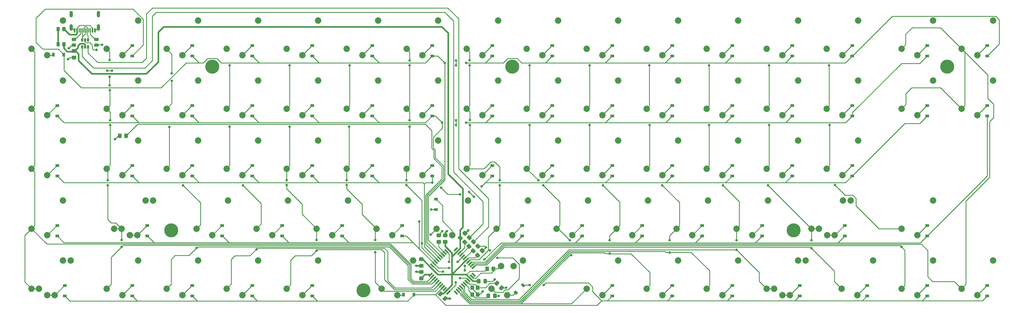
<source format=gbl>
G04 #@! TF.GenerationSoftware,KiCad,Pcbnew,(5.1.8)-1*
G04 #@! TF.CreationDate,2021-02-07T11:47:01-08:00*
G04 #@! TF.ProjectId,Spritzgeback,53707269-747a-4676-9562-61636b2e6b69,rev?*
G04 #@! TF.SameCoordinates,Original*
G04 #@! TF.FileFunction,Copper,L2,Bot*
G04 #@! TF.FilePolarity,Positive*
%FSLAX46Y46*%
G04 Gerber Fmt 4.6, Leading zero omitted, Abs format (unit mm)*
G04 Created by KiCad (PCBNEW (5.1.8)-1) date 2021-02-07 11:47:01*
%MOMM*%
%LPD*%
G01*
G04 APERTURE LIST*
G04 #@! TA.AperFunction,ComponentPad*
%ADD10C,4.462400*%
G04 #@! TD*
G04 #@! TA.AperFunction,ComponentPad*
%ADD11C,2.032000*%
G04 #@! TD*
G04 #@! TA.AperFunction,SMDPad,CuDef*
%ADD12C,0.100000*%
G04 #@! TD*
G04 #@! TA.AperFunction,SMDPad,CuDef*
%ADD13R,0.900000X1.200000*%
G04 #@! TD*
G04 #@! TA.AperFunction,SMDPad,CuDef*
%ADD14R,1.200000X0.900000*%
G04 #@! TD*
G04 #@! TA.AperFunction,SMDPad,CuDef*
%ADD15R,0.650000X1.060000*%
G04 #@! TD*
G04 #@! TA.AperFunction,SMDPad,CuDef*
%ADD16R,1.200000X1.400000*%
G04 #@! TD*
G04 #@! TA.AperFunction,ComponentPad*
%ADD17O,1.050000X2.100000*%
G04 #@! TD*
G04 #@! TA.AperFunction,SMDPad,CuDef*
%ADD18R,0.600000X1.450000*%
G04 #@! TD*
G04 #@! TA.AperFunction,SMDPad,CuDef*
%ADD19R,0.300000X1.450000*%
G04 #@! TD*
G04 #@! TA.AperFunction,ViaPad*
%ADD20C,0.800000*%
G04 #@! TD*
G04 #@! TA.AperFunction,Conductor*
%ADD21C,0.250000*%
G04 #@! TD*
G04 #@! TA.AperFunction,Conductor*
%ADD22C,0.508000*%
G04 #@! TD*
G04 APERTURE END LIST*
D10*
X236925000Y-61450000D03*
X39300000Y-61450000D03*
X100400000Y-80500000D03*
X285750000Y-9525000D03*
X147637500Y-9525000D03*
X52387500Y-9525000D03*
D11*
X255031250Y-52000000D03*
X250031250Y-63050000D03*
X245031250Y-60950000D03*
X31193750Y-52000000D03*
X26193750Y-63050000D03*
X21193750Y-60950000D03*
X7381250Y-71050000D03*
X2381250Y-82100000D03*
X-2618750Y-80000000D03*
X240743750Y-71050000D03*
X235743750Y-82100000D03*
X230743750Y-80000000D03*
G04 #@! TA.AperFunction,SMDPad,CuDef*
G36*
G01*
X118299999Y-76100000D02*
X119200001Y-76100000D01*
G75*
G02*
X119450000Y-76349999I0J-249999D01*
G01*
X119450000Y-77050001D01*
G75*
G02*
X119200001Y-77300000I-249999J0D01*
G01*
X118299999Y-77300000D01*
G75*
G02*
X118050000Y-77050001I0J249999D01*
G01*
X118050000Y-76349999D01*
G75*
G02*
X118299999Y-76100000I249999J0D01*
G01*
G37*
G04 #@! TD.AperFunction*
G04 #@! TA.AperFunction,SMDPad,CuDef*
G36*
G01*
X118299999Y-74100000D02*
X119200001Y-74100000D01*
G75*
G02*
X119450000Y-74349999I0J-249999D01*
G01*
X119450000Y-75050001D01*
G75*
G02*
X119200001Y-75300000I-249999J0D01*
G01*
X118299999Y-75300000D01*
G75*
G02*
X118050000Y-75050001I0J249999D01*
G01*
X118050000Y-74349999D01*
G75*
G02*
X118299999Y-74100000I249999J0D01*
G01*
G37*
G04 #@! TD.AperFunction*
X148050000Y-72800000D03*
X144050000Y-72800000D03*
G04 #@! TA.AperFunction,SMDPad,CuDef*
G36*
G01*
X118275000Y-72150000D02*
X119225000Y-72150000D01*
G75*
G02*
X119475000Y-72400000I0J-250000D01*
G01*
X119475000Y-73075000D01*
G75*
G02*
X119225000Y-73325000I-250000J0D01*
G01*
X118275000Y-73325000D01*
G75*
G02*
X118025000Y-73075000I0J250000D01*
G01*
X118025000Y-72400000D01*
G75*
G02*
X118275000Y-72150000I250000J0D01*
G01*
G37*
G04 #@! TD.AperFunction*
G04 #@! TA.AperFunction,SMDPad,CuDef*
G36*
G01*
X118275000Y-70075000D02*
X119225000Y-70075000D01*
G75*
G02*
X119475000Y-70325000I0J-250000D01*
G01*
X119475000Y-71000000D01*
G75*
G02*
X119225000Y-71250000I-250000J0D01*
G01*
X118275000Y-71250000D01*
G75*
G02*
X118025000Y-71000000I0J250000D01*
G01*
X118025000Y-70325000D01*
G75*
G02*
X118275000Y-70075000I250000J0D01*
G01*
G37*
G04 #@! TD.AperFunction*
G04 #@! TA.AperFunction,SMDPad,CuDef*
G36*
G01*
X124775000Y-65725000D02*
X123825000Y-65725000D01*
G75*
G02*
X123575000Y-65475000I0J250000D01*
G01*
X123575000Y-64800000D01*
G75*
G02*
X123825000Y-64550000I250000J0D01*
G01*
X124775000Y-64550000D01*
G75*
G02*
X125025000Y-64800000I0J-250000D01*
G01*
X125025000Y-65475000D01*
G75*
G02*
X124775000Y-65725000I-250000J0D01*
G01*
G37*
G04 #@! TD.AperFunction*
G04 #@! TA.AperFunction,SMDPad,CuDef*
G36*
G01*
X124775000Y-63650000D02*
X123825000Y-63650000D01*
G75*
G02*
X123575000Y-63400000I0J250000D01*
G01*
X123575000Y-62725000D01*
G75*
G02*
X123825000Y-62475000I250000J0D01*
G01*
X124775000Y-62475000D01*
G75*
G02*
X125025000Y-62725000I0J-250000D01*
G01*
X125025000Y-63400000D01*
G75*
G02*
X124775000Y-63650000I-250000J0D01*
G01*
G37*
G04 #@! TD.AperFunction*
G04 #@! TA.AperFunction,SMDPad,CuDef*
G36*
G01*
X143467678Y-78345927D02*
X142795927Y-79017678D01*
G75*
G02*
X142442373Y-79017678I-176777J176777D01*
G01*
X141965076Y-78540381D01*
G75*
G02*
X141965076Y-78186827I176777J176777D01*
G01*
X142636827Y-77515076D01*
G75*
G02*
X142990381Y-77515076I176777J-176777D01*
G01*
X143467678Y-77992373D01*
G75*
G02*
X143467678Y-78345927I-176777J-176777D01*
G01*
G37*
G04 #@! TD.AperFunction*
G04 #@! TA.AperFunction,SMDPad,CuDef*
G36*
G01*
X144934924Y-79813173D02*
X144263173Y-80484924D01*
G75*
G02*
X143909619Y-80484924I-176777J176777D01*
G01*
X143432322Y-80007627D01*
G75*
G02*
X143432322Y-79654073I176777J176777D01*
G01*
X144104073Y-78982322D01*
G75*
G02*
X144457627Y-78982322I176777J-176777D01*
G01*
X144934924Y-79459619D01*
G75*
G02*
X144934924Y-79813173I-176777J-176777D01*
G01*
G37*
G04 #@! TD.AperFunction*
G04 #@! TA.AperFunction,SMDPad,CuDef*
G36*
G01*
X140600000Y-81825000D02*
X140600000Y-82775000D01*
G75*
G02*
X140350000Y-83025000I-250000J0D01*
G01*
X139675000Y-83025000D01*
G75*
G02*
X139425000Y-82775000I0J250000D01*
G01*
X139425000Y-81825000D01*
G75*
G02*
X139675000Y-81575000I250000J0D01*
G01*
X140350000Y-81575000D01*
G75*
G02*
X140600000Y-81825000I0J-250000D01*
G01*
G37*
G04 #@! TD.AperFunction*
G04 #@! TA.AperFunction,SMDPad,CuDef*
G36*
G01*
X142675000Y-81825000D02*
X142675000Y-82775000D01*
G75*
G02*
X142425000Y-83025000I-250000J0D01*
G01*
X141750000Y-83025000D01*
G75*
G02*
X141500000Y-82775000I0J250000D01*
G01*
X141500000Y-81825000D01*
G75*
G02*
X141750000Y-81575000I250000J0D01*
G01*
X142425000Y-81575000D01*
G75*
G02*
X142675000Y-81825000I0J-250000D01*
G01*
G37*
G04 #@! TD.AperFunction*
G04 #@! TA.AperFunction,SMDPad,CuDef*
G36*
G01*
X138450000Y-78125000D02*
X138450000Y-77175000D01*
G75*
G02*
X138700000Y-76925000I250000J0D01*
G01*
X139375000Y-76925000D01*
G75*
G02*
X139625000Y-77175000I0J-250000D01*
G01*
X139625000Y-78125000D01*
G75*
G02*
X139375000Y-78375000I-250000J0D01*
G01*
X138700000Y-78375000D01*
G75*
G02*
X138450000Y-78125000I0J250000D01*
G01*
G37*
G04 #@! TD.AperFunction*
G04 #@! TA.AperFunction,SMDPad,CuDef*
G36*
G01*
X136375000Y-78125000D02*
X136375000Y-77175000D01*
G75*
G02*
X136625000Y-76925000I250000J0D01*
G01*
X137300000Y-76925000D01*
G75*
G02*
X137550000Y-77175000I0J-250000D01*
G01*
X137550000Y-78125000D01*
G75*
G02*
X137300000Y-78375000I-250000J0D01*
G01*
X136625000Y-78375000D01*
G75*
G02*
X136375000Y-78125000I0J250000D01*
G01*
G37*
G04 #@! TD.AperFunction*
G04 #@! TA.AperFunction,SMDPad,CuDef*
G36*
G01*
X125532322Y-83054073D02*
X126204073Y-82382322D01*
G75*
G02*
X126557627Y-82382322I176777J-176777D01*
G01*
X127034924Y-82859619D01*
G75*
G02*
X127034924Y-83213173I-176777J-176777D01*
G01*
X126363173Y-83884924D01*
G75*
G02*
X126009619Y-83884924I-176777J176777D01*
G01*
X125532322Y-83407627D01*
G75*
G02*
X125532322Y-83054073I176777J176777D01*
G01*
G37*
G04 #@! TD.AperFunction*
G04 #@! TA.AperFunction,SMDPad,CuDef*
G36*
G01*
X124065076Y-81586827D02*
X124736827Y-80915076D01*
G75*
G02*
X125090381Y-80915076I176777J-176777D01*
G01*
X125567678Y-81392373D01*
G75*
G02*
X125567678Y-81745927I-176777J-176777D01*
G01*
X124895927Y-82417678D01*
G75*
G02*
X124542373Y-82417678I-176777J176777D01*
G01*
X124065076Y-81940381D01*
G75*
G02*
X124065076Y-81586827I176777J176777D01*
G01*
G37*
G04 #@! TD.AperFunction*
G04 #@! TA.AperFunction,SMDPad,CuDef*
G36*
G01*
X136536827Y-70134924D02*
X135865076Y-69463173D01*
G75*
G02*
X135865076Y-69109619I176777J176777D01*
G01*
X136342373Y-68632322D01*
G75*
G02*
X136695927Y-68632322I176777J-176777D01*
G01*
X137367678Y-69304073D01*
G75*
G02*
X137367678Y-69657627I-176777J-176777D01*
G01*
X136890381Y-70134924D01*
G75*
G02*
X136536827Y-70134924I-176777J176777D01*
G01*
G37*
G04 #@! TD.AperFunction*
G04 #@! TA.AperFunction,SMDPad,CuDef*
G36*
G01*
X138004073Y-68667678D02*
X137332322Y-67995927D01*
G75*
G02*
X137332322Y-67642373I176777J176777D01*
G01*
X137809619Y-67165076D01*
G75*
G02*
X138163173Y-67165076I176777J-176777D01*
G01*
X138834924Y-67836827D01*
G75*
G02*
X138834924Y-68190381I-176777J-176777D01*
G01*
X138357627Y-68667678D01*
G75*
G02*
X138004073Y-68667678I-176777J176777D01*
G01*
G37*
G04 #@! TD.AperFunction*
G04 #@! TA.AperFunction,SMDPad,CuDef*
G36*
G01*
X136604073Y-67267678D02*
X135932322Y-66595927D01*
G75*
G02*
X135932322Y-66242373I176777J176777D01*
G01*
X136409619Y-65765076D01*
G75*
G02*
X136763173Y-65765076I176777J-176777D01*
G01*
X137434924Y-66436827D01*
G75*
G02*
X137434924Y-66790381I-176777J-176777D01*
G01*
X136957627Y-67267678D01*
G75*
G02*
X136604073Y-67267678I-176777J176777D01*
G01*
G37*
G04 #@! TD.AperFunction*
G04 #@! TA.AperFunction,SMDPad,CuDef*
G36*
G01*
X135136827Y-68734924D02*
X134465076Y-68063173D01*
G75*
G02*
X134465076Y-67709619I176777J176777D01*
G01*
X134942373Y-67232322D01*
G75*
G02*
X135295927Y-67232322I176777J-176777D01*
G01*
X135967678Y-67904073D01*
G75*
G02*
X135967678Y-68257627I-176777J-176777D01*
G01*
X135490381Y-68734924D01*
G75*
G02*
X135136827Y-68734924I-176777J176777D01*
G01*
G37*
G04 #@! TD.AperFunction*
G04 #@! TA.AperFunction,SMDPad,CuDef*
G36*
G01*
X132504073Y-63167678D02*
X131832322Y-62495927D01*
G75*
G02*
X131832322Y-62142373I176777J176777D01*
G01*
X132309619Y-61665076D01*
G75*
G02*
X132663173Y-61665076I176777J-176777D01*
G01*
X133334924Y-62336827D01*
G75*
G02*
X133334924Y-62690381I-176777J-176777D01*
G01*
X132857627Y-63167678D01*
G75*
G02*
X132504073Y-63167678I-176777J176777D01*
G01*
G37*
G04 #@! TD.AperFunction*
G04 #@! TA.AperFunction,SMDPad,CuDef*
G36*
G01*
X131036827Y-64634924D02*
X130365076Y-63963173D01*
G75*
G02*
X130365076Y-63609619I176777J176777D01*
G01*
X130842373Y-63132322D01*
G75*
G02*
X131195927Y-63132322I176777J-176777D01*
G01*
X131867678Y-63804073D01*
G75*
G02*
X131867678Y-64157627I-176777J-176777D01*
G01*
X131390381Y-64634924D01*
G75*
G02*
X131036827Y-64634924I-176777J176777D01*
G01*
G37*
G04 #@! TD.AperFunction*
G04 #@! TA.AperFunction,SMDPad,CuDef*
G36*
G01*
X132436828Y-65949570D02*
X131800430Y-65313172D01*
G75*
G02*
X131800430Y-64959620I176776J176776D01*
G01*
X132295406Y-64464644D01*
G75*
G02*
X132648958Y-64464644I176776J-176776D01*
G01*
X133285356Y-65101042D01*
G75*
G02*
X133285356Y-65454594I-176776J-176776D01*
G01*
X132790380Y-65949570D01*
G75*
G02*
X132436828Y-65949570I-176776J176776D01*
G01*
G37*
G04 #@! TD.AperFunction*
G04 #@! TA.AperFunction,SMDPad,CuDef*
G36*
G01*
X133851042Y-64535356D02*
X133214644Y-63898958D01*
G75*
G02*
X133214644Y-63545406I176776J176776D01*
G01*
X133709620Y-63050430D01*
G75*
G02*
X134063172Y-63050430I176776J-176776D01*
G01*
X134699570Y-63686828D01*
G75*
G02*
X134699570Y-64040380I-176776J-176776D01*
G01*
X134204594Y-64535356D01*
G75*
G02*
X133851042Y-64535356I-176776J176776D01*
G01*
G37*
G04 #@! TD.AperFunction*
G04 #@! TA.AperFunction,SMDPad,CuDef*
G36*
G01*
X133786828Y-67299570D02*
X133150430Y-66663172D01*
G75*
G02*
X133150430Y-66309620I176776J176776D01*
G01*
X133645406Y-65814644D01*
G75*
G02*
X133998958Y-65814644I176776J-176776D01*
G01*
X134635356Y-66451042D01*
G75*
G02*
X134635356Y-66804594I-176776J-176776D01*
G01*
X134140380Y-67299570D01*
G75*
G02*
X133786828Y-67299570I-176776J176776D01*
G01*
G37*
G04 #@! TD.AperFunction*
G04 #@! TA.AperFunction,SMDPad,CuDef*
G36*
G01*
X135201042Y-65885356D02*
X134564644Y-65248958D01*
G75*
G02*
X134564644Y-64895406I176776J176776D01*
G01*
X135059620Y-64400430D01*
G75*
G02*
X135413172Y-64400430I176776J-176776D01*
G01*
X136049570Y-65036828D01*
G75*
G02*
X136049570Y-65390380I-176776J-176776D01*
G01*
X135554594Y-65885356D01*
G75*
G02*
X135201042Y-65885356I-176776J176776D01*
G01*
G37*
G04 #@! TD.AperFunction*
G04 #@! TA.AperFunction,SMDPad,CuDef*
D12*
G36*
X128032702Y-67836940D02*
G01*
X127643794Y-68225848D01*
X126583134Y-67165188D01*
X126972042Y-66776280D01*
X128032702Y-67836940D01*
G37*
G04 #@! TD.AperFunction*
G04 #@! TA.AperFunction,SMDPad,CuDef*
G36*
X127467017Y-68402626D02*
G01*
X127078109Y-68791534D01*
X126017449Y-67730874D01*
X126406357Y-67341966D01*
X127467017Y-68402626D01*
G37*
G04 #@! TD.AperFunction*
G04 #@! TA.AperFunction,SMDPad,CuDef*
G36*
X126901332Y-68968311D02*
G01*
X126512424Y-69357219D01*
X125451764Y-68296559D01*
X125840672Y-67907651D01*
X126901332Y-68968311D01*
G37*
G04 #@! TD.AperFunction*
G04 #@! TA.AperFunction,SMDPad,CuDef*
G36*
X126335646Y-69533996D02*
G01*
X125946738Y-69922904D01*
X124886078Y-68862244D01*
X125274986Y-68473336D01*
X126335646Y-69533996D01*
G37*
G04 #@! TD.AperFunction*
G04 #@! TA.AperFunction,SMDPad,CuDef*
G36*
X125769961Y-70099682D02*
G01*
X125381053Y-70488590D01*
X124320393Y-69427930D01*
X124709301Y-69039022D01*
X125769961Y-70099682D01*
G37*
G04 #@! TD.AperFunction*
G04 #@! TA.AperFunction,SMDPad,CuDef*
G36*
X125204275Y-70665367D02*
G01*
X124815367Y-71054275D01*
X123754707Y-69993615D01*
X124143615Y-69604707D01*
X125204275Y-70665367D01*
G37*
G04 #@! TD.AperFunction*
G04 #@! TA.AperFunction,SMDPad,CuDef*
G36*
X124638590Y-71231053D02*
G01*
X124249682Y-71619961D01*
X123189022Y-70559301D01*
X123577930Y-70170393D01*
X124638590Y-71231053D01*
G37*
G04 #@! TD.AperFunction*
G04 #@! TA.AperFunction,SMDPad,CuDef*
G36*
X124072904Y-71796738D02*
G01*
X123683996Y-72185646D01*
X122623336Y-71124986D01*
X123012244Y-70736078D01*
X124072904Y-71796738D01*
G37*
G04 #@! TD.AperFunction*
G04 #@! TA.AperFunction,SMDPad,CuDef*
G36*
X123507219Y-72362424D02*
G01*
X123118311Y-72751332D01*
X122057651Y-71690672D01*
X122446559Y-71301764D01*
X123507219Y-72362424D01*
G37*
G04 #@! TD.AperFunction*
G04 #@! TA.AperFunction,SMDPad,CuDef*
G36*
X122941534Y-72928109D02*
G01*
X122552626Y-73317017D01*
X121491966Y-72256357D01*
X121880874Y-71867449D01*
X122941534Y-72928109D01*
G37*
G04 #@! TD.AperFunction*
G04 #@! TA.AperFunction,SMDPad,CuDef*
G36*
X122375848Y-73493794D02*
G01*
X121986940Y-73882702D01*
X120926280Y-72822042D01*
X121315188Y-72433134D01*
X122375848Y-73493794D01*
G37*
G04 #@! TD.AperFunction*
G04 #@! TA.AperFunction,SMDPad,CuDef*
G36*
X121986940Y-74837298D02*
G01*
X122375848Y-75226206D01*
X121315188Y-76286866D01*
X120926280Y-75897958D01*
X121986940Y-74837298D01*
G37*
G04 #@! TD.AperFunction*
G04 #@! TA.AperFunction,SMDPad,CuDef*
G36*
X122552626Y-75402983D02*
G01*
X122941534Y-75791891D01*
X121880874Y-76852551D01*
X121491966Y-76463643D01*
X122552626Y-75402983D01*
G37*
G04 #@! TD.AperFunction*
G04 #@! TA.AperFunction,SMDPad,CuDef*
G36*
X123118311Y-75968668D02*
G01*
X123507219Y-76357576D01*
X122446559Y-77418236D01*
X122057651Y-77029328D01*
X123118311Y-75968668D01*
G37*
G04 #@! TD.AperFunction*
G04 #@! TA.AperFunction,SMDPad,CuDef*
G36*
X123683996Y-76534354D02*
G01*
X124072904Y-76923262D01*
X123012244Y-77983922D01*
X122623336Y-77595014D01*
X123683996Y-76534354D01*
G37*
G04 #@! TD.AperFunction*
G04 #@! TA.AperFunction,SMDPad,CuDef*
G36*
X124249682Y-77100039D02*
G01*
X124638590Y-77488947D01*
X123577930Y-78549607D01*
X123189022Y-78160699D01*
X124249682Y-77100039D01*
G37*
G04 #@! TD.AperFunction*
G04 #@! TA.AperFunction,SMDPad,CuDef*
G36*
X124815367Y-77665725D02*
G01*
X125204275Y-78054633D01*
X124143615Y-79115293D01*
X123754707Y-78726385D01*
X124815367Y-77665725D01*
G37*
G04 #@! TD.AperFunction*
G04 #@! TA.AperFunction,SMDPad,CuDef*
G36*
X125381053Y-78231410D02*
G01*
X125769961Y-78620318D01*
X124709301Y-79680978D01*
X124320393Y-79292070D01*
X125381053Y-78231410D01*
G37*
G04 #@! TD.AperFunction*
G04 #@! TA.AperFunction,SMDPad,CuDef*
G36*
X125946738Y-78797096D02*
G01*
X126335646Y-79186004D01*
X125274986Y-80246664D01*
X124886078Y-79857756D01*
X125946738Y-78797096D01*
G37*
G04 #@! TD.AperFunction*
G04 #@! TA.AperFunction,SMDPad,CuDef*
G36*
X126512424Y-79362781D02*
G01*
X126901332Y-79751689D01*
X125840672Y-80812349D01*
X125451764Y-80423441D01*
X126512424Y-79362781D01*
G37*
G04 #@! TD.AperFunction*
G04 #@! TA.AperFunction,SMDPad,CuDef*
G36*
X127078109Y-79928466D02*
G01*
X127467017Y-80317374D01*
X126406357Y-81378034D01*
X126017449Y-80989126D01*
X127078109Y-79928466D01*
G37*
G04 #@! TD.AperFunction*
G04 #@! TA.AperFunction,SMDPad,CuDef*
G36*
X127643794Y-80494152D02*
G01*
X128032702Y-80883060D01*
X126972042Y-81943720D01*
X126583134Y-81554812D01*
X127643794Y-80494152D01*
G37*
G04 #@! TD.AperFunction*
G04 #@! TA.AperFunction,SMDPad,CuDef*
G36*
X130436866Y-81554812D02*
G01*
X130047958Y-81943720D01*
X128987298Y-80883060D01*
X129376206Y-80494152D01*
X130436866Y-81554812D01*
G37*
G04 #@! TD.AperFunction*
G04 #@! TA.AperFunction,SMDPad,CuDef*
G36*
X131002551Y-80989126D02*
G01*
X130613643Y-81378034D01*
X129552983Y-80317374D01*
X129941891Y-79928466D01*
X131002551Y-80989126D01*
G37*
G04 #@! TD.AperFunction*
G04 #@! TA.AperFunction,SMDPad,CuDef*
G36*
X131568236Y-80423441D02*
G01*
X131179328Y-80812349D01*
X130118668Y-79751689D01*
X130507576Y-79362781D01*
X131568236Y-80423441D01*
G37*
G04 #@! TD.AperFunction*
G04 #@! TA.AperFunction,SMDPad,CuDef*
G36*
X132133922Y-79857756D02*
G01*
X131745014Y-80246664D01*
X130684354Y-79186004D01*
X131073262Y-78797096D01*
X132133922Y-79857756D01*
G37*
G04 #@! TD.AperFunction*
G04 #@! TA.AperFunction,SMDPad,CuDef*
G36*
X132699607Y-79292070D02*
G01*
X132310699Y-79680978D01*
X131250039Y-78620318D01*
X131638947Y-78231410D01*
X132699607Y-79292070D01*
G37*
G04 #@! TD.AperFunction*
G04 #@! TA.AperFunction,SMDPad,CuDef*
G36*
X133265293Y-78726385D02*
G01*
X132876385Y-79115293D01*
X131815725Y-78054633D01*
X132204633Y-77665725D01*
X133265293Y-78726385D01*
G37*
G04 #@! TD.AperFunction*
G04 #@! TA.AperFunction,SMDPad,CuDef*
G36*
X133830978Y-78160699D02*
G01*
X133442070Y-78549607D01*
X132381410Y-77488947D01*
X132770318Y-77100039D01*
X133830978Y-78160699D01*
G37*
G04 #@! TD.AperFunction*
G04 #@! TA.AperFunction,SMDPad,CuDef*
G36*
X134396664Y-77595014D02*
G01*
X134007756Y-77983922D01*
X132947096Y-76923262D01*
X133336004Y-76534354D01*
X134396664Y-77595014D01*
G37*
G04 #@! TD.AperFunction*
G04 #@! TA.AperFunction,SMDPad,CuDef*
G36*
X134962349Y-77029328D02*
G01*
X134573441Y-77418236D01*
X133512781Y-76357576D01*
X133901689Y-75968668D01*
X134962349Y-77029328D01*
G37*
G04 #@! TD.AperFunction*
G04 #@! TA.AperFunction,SMDPad,CuDef*
G36*
X135528034Y-76463643D02*
G01*
X135139126Y-76852551D01*
X134078466Y-75791891D01*
X134467374Y-75402983D01*
X135528034Y-76463643D01*
G37*
G04 #@! TD.AperFunction*
G04 #@! TA.AperFunction,SMDPad,CuDef*
G36*
X136093720Y-75897958D02*
G01*
X135704812Y-76286866D01*
X134644152Y-75226206D01*
X135033060Y-74837298D01*
X136093720Y-75897958D01*
G37*
G04 #@! TD.AperFunction*
G04 #@! TA.AperFunction,SMDPad,CuDef*
G36*
X135704812Y-72433134D02*
G01*
X136093720Y-72822042D01*
X135033060Y-73882702D01*
X134644152Y-73493794D01*
X135704812Y-72433134D01*
G37*
G04 #@! TD.AperFunction*
G04 #@! TA.AperFunction,SMDPad,CuDef*
G36*
X135139126Y-71867449D02*
G01*
X135528034Y-72256357D01*
X134467374Y-73317017D01*
X134078466Y-72928109D01*
X135139126Y-71867449D01*
G37*
G04 #@! TD.AperFunction*
G04 #@! TA.AperFunction,SMDPad,CuDef*
G36*
X134573441Y-71301764D02*
G01*
X134962349Y-71690672D01*
X133901689Y-72751332D01*
X133512781Y-72362424D01*
X134573441Y-71301764D01*
G37*
G04 #@! TD.AperFunction*
G04 #@! TA.AperFunction,SMDPad,CuDef*
G36*
X134007756Y-70736078D02*
G01*
X134396664Y-71124986D01*
X133336004Y-72185646D01*
X132947096Y-71796738D01*
X134007756Y-70736078D01*
G37*
G04 #@! TD.AperFunction*
G04 #@! TA.AperFunction,SMDPad,CuDef*
G36*
X133442070Y-70170393D02*
G01*
X133830978Y-70559301D01*
X132770318Y-71619961D01*
X132381410Y-71231053D01*
X133442070Y-70170393D01*
G37*
G04 #@! TD.AperFunction*
G04 #@! TA.AperFunction,SMDPad,CuDef*
G36*
X132876385Y-69604707D02*
G01*
X133265293Y-69993615D01*
X132204633Y-71054275D01*
X131815725Y-70665367D01*
X132876385Y-69604707D01*
G37*
G04 #@! TD.AperFunction*
G04 #@! TA.AperFunction,SMDPad,CuDef*
G36*
X132310699Y-69039022D02*
G01*
X132699607Y-69427930D01*
X131638947Y-70488590D01*
X131250039Y-70099682D01*
X132310699Y-69039022D01*
G37*
G04 #@! TD.AperFunction*
G04 #@! TA.AperFunction,SMDPad,CuDef*
G36*
X131745014Y-68473336D02*
G01*
X132133922Y-68862244D01*
X131073262Y-69922904D01*
X130684354Y-69533996D01*
X131745014Y-68473336D01*
G37*
G04 #@! TD.AperFunction*
G04 #@! TA.AperFunction,SMDPad,CuDef*
G36*
X131179328Y-67907651D02*
G01*
X131568236Y-68296559D01*
X130507576Y-69357219D01*
X130118668Y-68968311D01*
X131179328Y-67907651D01*
G37*
G04 #@! TD.AperFunction*
G04 #@! TA.AperFunction,SMDPad,CuDef*
G36*
X130613643Y-67341966D02*
G01*
X131002551Y-67730874D01*
X129941891Y-68791534D01*
X129552983Y-68402626D01*
X130613643Y-67341966D01*
G37*
G04 #@! TD.AperFunction*
G04 #@! TA.AperFunction,SMDPad,CuDef*
G36*
X130047958Y-66776280D02*
G01*
X130436866Y-67165188D01*
X129376206Y-68225848D01*
X128987298Y-67836940D01*
X130047958Y-66776280D01*
G37*
G04 #@! TD.AperFunction*
G04 #@! TA.AperFunction,SMDPad,CuDef*
G36*
G01*
X126825000Y-63650000D02*
X125875000Y-63650000D01*
G75*
G02*
X125625000Y-63400000I0J250000D01*
G01*
X125625000Y-62725000D01*
G75*
G02*
X125875000Y-62475000I250000J0D01*
G01*
X126825000Y-62475000D01*
G75*
G02*
X127075000Y-62725000I0J-250000D01*
G01*
X127075000Y-63400000D01*
G75*
G02*
X126825000Y-63650000I-250000J0D01*
G01*
G37*
G04 #@! TD.AperFunction*
G04 #@! TA.AperFunction,SMDPad,CuDef*
G36*
G01*
X126825000Y-65725000D02*
X125875000Y-65725000D01*
G75*
G02*
X125625000Y-65475000I0J250000D01*
G01*
X125625000Y-64800000D01*
G75*
G02*
X125875000Y-64550000I250000J0D01*
G01*
X126825000Y-64550000D01*
G75*
G02*
X127075000Y-64800000I0J-250000D01*
G01*
X127075000Y-65475000D01*
G75*
G02*
X126825000Y-65725000I-250000J0D01*
G01*
G37*
G04 #@! TD.AperFunction*
G04 #@! TA.AperFunction,SMDPad,CuDef*
G36*
G01*
X7975000Y-6000000D02*
X8925000Y-6000000D01*
G75*
G02*
X9175000Y-6250000I0J-250000D01*
G01*
X9175000Y-6925000D01*
G75*
G02*
X8925000Y-7175000I-250000J0D01*
G01*
X7975000Y-7175000D01*
G75*
G02*
X7725000Y-6925000I0J250000D01*
G01*
X7725000Y-6250000D01*
G75*
G02*
X7975000Y-6000000I250000J0D01*
G01*
G37*
G04 #@! TD.AperFunction*
G04 #@! TA.AperFunction,SMDPad,CuDef*
G36*
G01*
X7975000Y-3925000D02*
X8925000Y-3925000D01*
G75*
G02*
X9175000Y-4175000I0J-250000D01*
G01*
X9175000Y-4850000D01*
G75*
G02*
X8925000Y-5100000I-250000J0D01*
G01*
X7975000Y-5100000D01*
G75*
G02*
X7725000Y-4850000I0J250000D01*
G01*
X7725000Y-4175000D01*
G75*
G02*
X7975000Y-3925000I250000J0D01*
G01*
G37*
G04 #@! TD.AperFunction*
D13*
X5250000Y-5700000D03*
X1950000Y-5700000D03*
D14*
X26962500Y-6100000D03*
X26962500Y-2800000D03*
X46012500Y-6100000D03*
X46012500Y-2800000D03*
X65062500Y-6100000D03*
X65062500Y-2800000D03*
X84112500Y-6100000D03*
X84112500Y-2800000D03*
X103162500Y-2800000D03*
X103162500Y-6100000D03*
X122212500Y-6100000D03*
X122212500Y-2800000D03*
X141262500Y-2800000D03*
X141262500Y-6100000D03*
X160312500Y-2800000D03*
X160312500Y-6100000D03*
X179362500Y-6100000D03*
X179362500Y-2800000D03*
X198412500Y-6100000D03*
X198412500Y-2800000D03*
X217462500Y-2800000D03*
X217462500Y-6100000D03*
X236512500Y-6100000D03*
X236512500Y-2800000D03*
X255562500Y-2800000D03*
X255562500Y-6100000D03*
X298425000Y-6100000D03*
X298425000Y-2800000D03*
X3150000Y-25150000D03*
X3150000Y-21850000D03*
X26962500Y-21850000D03*
X26962500Y-25150000D03*
X46012500Y-25150000D03*
X46012500Y-21850000D03*
X65062500Y-25150000D03*
X65062500Y-21850000D03*
X84112500Y-25150000D03*
X84112500Y-21850000D03*
X103162500Y-25150000D03*
X103162500Y-21850000D03*
X122212500Y-25150000D03*
X122212500Y-21850000D03*
X141262500Y-21850000D03*
X141262500Y-25150000D03*
X160312500Y-25150000D03*
X160312500Y-21850000D03*
X179362500Y-21850000D03*
X179362500Y-25150000D03*
X198412500Y-25150000D03*
X198412500Y-21850000D03*
X217462500Y-25150000D03*
X217462500Y-21850000D03*
X236512500Y-25150000D03*
X236512500Y-21850000D03*
X255562500Y-21850000D03*
X255562500Y-25150000D03*
X279375000Y-6100000D03*
X279375000Y-2800000D03*
X3150000Y-40900000D03*
X3150000Y-44200000D03*
X26962500Y-40900000D03*
X26962500Y-44200000D03*
X46012500Y-40900000D03*
X46012500Y-44200000D03*
X65062500Y-40900000D03*
X65062500Y-44200000D03*
X84112500Y-40900000D03*
X84112500Y-44200000D03*
X103162500Y-44200000D03*
X103162500Y-40900000D03*
X122212500Y-44200000D03*
X122212500Y-40900000D03*
X141262500Y-40900000D03*
X141262500Y-44200000D03*
X160312500Y-44200000D03*
X160312500Y-40900000D03*
X179362500Y-40900000D03*
X179362500Y-44200000D03*
X198412500Y-40900000D03*
X198412500Y-44200000D03*
X217462500Y-40900000D03*
X217462500Y-44200000D03*
X236512500Y-40900000D03*
X236512500Y-44200000D03*
X255562500Y-44200000D03*
X255562500Y-40900000D03*
X279375000Y-21850000D03*
X279375000Y-25150000D03*
X3150000Y-59950000D03*
X3150000Y-63250000D03*
X31725000Y-63250000D03*
X31725000Y-59950000D03*
X55537500Y-63250000D03*
X55537500Y-59950000D03*
X74587500Y-59950000D03*
X74587500Y-63250000D03*
X93637500Y-63250000D03*
X93637500Y-59950000D03*
X112687500Y-63250000D03*
X112687500Y-59950000D03*
X123400000Y-51550000D03*
X123400000Y-54850000D03*
X150787500Y-63250000D03*
X150787500Y-59950000D03*
X169837500Y-59950000D03*
X169837500Y-63250000D03*
X188887500Y-63250000D03*
X188887500Y-59950000D03*
X207937500Y-59950000D03*
X207937500Y-63250000D03*
X226987500Y-63250000D03*
X226987500Y-59950000D03*
X253181250Y-63250000D03*
X253181250Y-59950000D03*
X26962500Y-82300000D03*
X26962500Y-79000000D03*
X46012500Y-79000000D03*
X46012500Y-82300000D03*
X65062500Y-82300000D03*
X65062500Y-79000000D03*
D13*
X113075000Y-81900000D03*
X116375000Y-81900000D03*
G04 #@! TA.AperFunction,SMDPad,CuDef*
D12*
G36*
X150960660Y-78140812D02*
G01*
X151809188Y-78989340D01*
X151172792Y-79625736D01*
X150324264Y-78777208D01*
X150960660Y-78140812D01*
G37*
G04 #@! TD.AperFunction*
G04 #@! TA.AperFunction,SMDPad,CuDef*
G36*
X148627208Y-80474264D02*
G01*
X149475736Y-81322792D01*
X148839340Y-81959188D01*
X147990812Y-81110660D01*
X148627208Y-80474264D01*
G37*
G04 #@! TD.AperFunction*
D14*
X179362500Y-79000000D03*
X179362500Y-82300000D03*
X198412500Y-79000000D03*
X198412500Y-82300000D03*
X217462500Y-82300000D03*
X217462500Y-79000000D03*
X238893750Y-79000000D03*
X238893750Y-82300000D03*
X260325000Y-82300000D03*
X260325000Y-79000000D03*
X298425000Y-79000000D03*
X298425000Y-82300000D03*
G04 #@! TA.AperFunction,SMDPad,CuDef*
G36*
G01*
X4750000Y1999998D02*
X4750000Y2900002D01*
G75*
G02*
X4999998Y3150000I249998J0D01*
G01*
X5525002Y3150000D01*
G75*
G02*
X5775000Y2900002I0J-249998D01*
G01*
X5775000Y1999998D01*
G75*
G02*
X5525002Y1750000I-249998J0D01*
G01*
X4999998Y1750000D01*
G75*
G02*
X4750000Y1999998I0J249998D01*
G01*
G37*
G04 #@! TD.AperFunction*
G04 #@! TA.AperFunction,SMDPad,CuDef*
G36*
G01*
X2925000Y1999998D02*
X2925000Y2900002D01*
G75*
G02*
X3174998Y3150000I249998J0D01*
G01*
X3700002Y3150000D01*
G75*
G02*
X3950000Y2900002I0J-249998D01*
G01*
X3950000Y1999998D01*
G75*
G02*
X3700002Y1750000I-249998J0D01*
G01*
X3174998Y1750000D01*
G75*
G02*
X2925000Y1999998I0J249998D01*
G01*
G37*
G04 #@! TD.AperFunction*
G04 #@! TA.AperFunction,SMDPad,CuDef*
G36*
G01*
X5775000Y-1949998D02*
X5775000Y-2850002D01*
G75*
G02*
X5525002Y-3100000I-249998J0D01*
G01*
X4999998Y-3100000D01*
G75*
G02*
X4750000Y-2850002I0J249998D01*
G01*
X4750000Y-1949998D01*
G75*
G02*
X4999998Y-1700000I249998J0D01*
G01*
X5525002Y-1700000D01*
G75*
G02*
X5775000Y-1949998I0J-249998D01*
G01*
G37*
G04 #@! TD.AperFunction*
G04 #@! TA.AperFunction,SMDPad,CuDef*
G36*
G01*
X3950000Y-1949998D02*
X3950000Y-2850002D01*
G75*
G02*
X3700002Y-3100000I-249998J0D01*
G01*
X3174998Y-3100000D01*
G75*
G02*
X2925000Y-2850002I0J249998D01*
G01*
X2925000Y-1949998D01*
G75*
G02*
X3174998Y-1700000I249998J0D01*
G01*
X3700002Y-1700000D01*
G75*
G02*
X3950000Y-1949998I0J-249998D01*
G01*
G37*
G04 #@! TD.AperFunction*
G04 #@! TA.AperFunction,SMDPad,CuDef*
G36*
G01*
X142250000Y-73249999D02*
X142250000Y-74150001D01*
G75*
G02*
X142000001Y-74400000I-249999J0D01*
G01*
X141299999Y-74400000D01*
G75*
G02*
X141050000Y-74150001I0J249999D01*
G01*
X141050000Y-73249999D01*
G75*
G02*
X141299999Y-73000000I249999J0D01*
G01*
X142000001Y-73000000D01*
G75*
G02*
X142250000Y-73249999I0J-249999D01*
G01*
G37*
G04 #@! TD.AperFunction*
G04 #@! TA.AperFunction,SMDPad,CuDef*
G36*
G01*
X140250000Y-73249999D02*
X140250000Y-74150001D01*
G75*
G02*
X140000001Y-74400000I-249999J0D01*
G01*
X139299999Y-74400000D01*
G75*
G02*
X139050000Y-74150001I0J249999D01*
G01*
X139050000Y-73249999D01*
G75*
G02*
X139299999Y-73000000I249999J0D01*
G01*
X140000001Y-73000000D01*
G75*
G02*
X140250000Y-73249999I0J-249999D01*
G01*
G37*
G04 #@! TD.AperFunction*
G04 #@! TA.AperFunction,SMDPad,CuDef*
G36*
G01*
X24400000Y-31900001D02*
X24400000Y-30999999D01*
G75*
G02*
X24649999Y-30750000I249999J0D01*
G01*
X25350001Y-30750000D01*
G75*
G02*
X25600000Y-30999999I0J-249999D01*
G01*
X25600000Y-31900001D01*
G75*
G02*
X25350001Y-32150000I-249999J0D01*
G01*
X24649999Y-32150000D01*
G75*
G02*
X24400000Y-31900001I0J249999D01*
G01*
G37*
G04 #@! TD.AperFunction*
G04 #@! TA.AperFunction,SMDPad,CuDef*
G36*
G01*
X22400000Y-31900001D02*
X22400000Y-30999999D01*
G75*
G02*
X22649999Y-30750000I249999J0D01*
G01*
X23350001Y-30750000D01*
G75*
G02*
X23600000Y-30999999I0J-249999D01*
G01*
X23600000Y-31900001D01*
G75*
G02*
X23350001Y-32150000I-249999J0D01*
G01*
X22649999Y-32150000D01*
G75*
G02*
X22400000Y-31900001I0J249999D01*
G01*
G37*
G04 #@! TD.AperFunction*
D15*
X12000000Y-3200000D03*
X11050000Y-3200000D03*
X12950000Y-3200000D03*
X12950000Y-1000000D03*
X12000000Y-1000000D03*
X11050000Y-1000000D03*
G04 #@! TA.AperFunction,SMDPad,CuDef*
G36*
G01*
X8900002Y-1350000D02*
X7999998Y-1350000D01*
G75*
G02*
X7750000Y-1100002I0J249998D01*
G01*
X7750000Y-574998D01*
G75*
G02*
X7999998Y-325000I249998J0D01*
G01*
X8900002Y-325000D01*
G75*
G02*
X9150000Y-574998I0J-249998D01*
G01*
X9150000Y-1100002D01*
G75*
G02*
X8900002Y-1350000I-249998J0D01*
G01*
G37*
G04 #@! TD.AperFunction*
G04 #@! TA.AperFunction,SMDPad,CuDef*
G36*
G01*
X8900002Y-3175000D02*
X7999998Y-3175000D01*
G75*
G02*
X7750000Y-2925002I0J249998D01*
G01*
X7750000Y-2399998D01*
G75*
G02*
X7999998Y-2150000I249998J0D01*
G01*
X8900002Y-2150000D01*
G75*
G02*
X9150000Y-2399998I0J-249998D01*
G01*
X9150000Y-2925002D01*
G75*
G02*
X8900002Y-3175000I-249998J0D01*
G01*
G37*
G04 #@! TD.AperFunction*
G04 #@! TA.AperFunction,SMDPad,CuDef*
G36*
G01*
X16050002Y-3175000D02*
X15149998Y-3175000D01*
G75*
G02*
X14900000Y-2925002I0J249998D01*
G01*
X14900000Y-2399998D01*
G75*
G02*
X15149998Y-2150000I249998J0D01*
G01*
X16050002Y-2150000D01*
G75*
G02*
X16300000Y-2399998I0J-249998D01*
G01*
X16300000Y-2925002D01*
G75*
G02*
X16050002Y-3175000I-249998J0D01*
G01*
G37*
G04 #@! TD.AperFunction*
G04 #@! TA.AperFunction,SMDPad,CuDef*
G36*
G01*
X16050002Y-1350000D02*
X15149998Y-1350000D01*
G75*
G02*
X14900000Y-1100002I0J249998D01*
G01*
X14900000Y-574998D01*
G75*
G02*
X15149998Y-325000I249998J0D01*
G01*
X16050002Y-325000D01*
G75*
G02*
X16300000Y-574998I0J-249998D01*
G01*
X16300000Y-1100002D01*
G75*
G02*
X16050002Y-1350000I-249998J0D01*
G01*
G37*
G04 #@! TD.AperFunction*
D14*
X5531250Y-82300000D03*
X5531250Y-79000000D03*
D16*
X136650000Y-79650000D03*
X136650000Y-81850000D03*
X134950000Y-81850000D03*
X134950000Y-79650000D03*
D17*
X16220000Y7150000D03*
X7580000Y7150000D03*
X16220000Y2970000D03*
X7580000Y2970000D03*
D18*
X15150000Y2055000D03*
X14350000Y2055000D03*
D19*
X13650000Y2055000D03*
X13150000Y2055000D03*
X12650000Y2055000D03*
X12150000Y2055000D03*
X10150000Y2055000D03*
X10650000Y2055000D03*
X11150000Y2055000D03*
X11650000Y2055000D03*
D18*
X9450000Y2055000D03*
X8650000Y2055000D03*
D14*
X84112500Y-82300000D03*
X84112500Y-79000000D03*
X279375000Y-59950000D03*
X279375000Y-63250000D03*
X279375000Y-82300000D03*
X279375000Y-79000000D03*
D11*
X5000000Y5150000D03*
X0Y-5900000D03*
X-5000000Y-3800000D03*
X18812500Y-3800000D03*
X23812500Y-5900000D03*
X28812500Y5150000D03*
X47862500Y5150000D03*
X42862500Y-5900000D03*
X37862500Y-3800000D03*
X56912500Y-3800000D03*
X61912500Y-5900000D03*
X66912500Y5150000D03*
X85962500Y5150000D03*
X80962500Y-5900000D03*
X75962500Y-3800000D03*
X105012500Y5150000D03*
X100012500Y-5900000D03*
X95012500Y-3800000D03*
X124062500Y5150000D03*
X119062500Y-5900000D03*
X114062500Y-3800000D03*
X133112500Y-3800000D03*
X138112500Y-5900000D03*
X143112500Y5150000D03*
X162162500Y5150000D03*
X157162500Y-5900000D03*
X152162500Y-3800000D03*
X171212500Y-3800000D03*
X176212500Y-5900000D03*
X181212500Y5150000D03*
X200262500Y5150000D03*
X195262500Y-5900000D03*
X190262500Y-3800000D03*
X219312500Y5150000D03*
X214312500Y-5900000D03*
X209312500Y-3800000D03*
X228362500Y-3800000D03*
X233362500Y-5900000D03*
X238362500Y5150000D03*
X257412500Y5150000D03*
X252412500Y-5900000D03*
X247412500Y-3800000D03*
X290275000Y-3800000D03*
X295275000Y-5900000D03*
X300275000Y5150000D03*
X5000000Y-13900000D03*
X0Y-24950000D03*
X-5000000Y-22850000D03*
X18812500Y-22850000D03*
X23812500Y-24950000D03*
X28812500Y-13900000D03*
X47862500Y-13900000D03*
X42862500Y-24950000D03*
X37862500Y-22850000D03*
X56912500Y-22850000D03*
X61912500Y-24950000D03*
X66912500Y-13900000D03*
X75962500Y-22850000D03*
X80962500Y-24950000D03*
X85962500Y-13900000D03*
X95012500Y-22850000D03*
X100012500Y-24950000D03*
X105012500Y-13900000D03*
X124062500Y-13900000D03*
X119062500Y-24950000D03*
X114062500Y-22850000D03*
X133112500Y-22850000D03*
X138112500Y-24950000D03*
X143112500Y-13900000D03*
X162162500Y-13900000D03*
X157162500Y-24950000D03*
X152162500Y-22850000D03*
X171212500Y-22850000D03*
X176212500Y-24950000D03*
X181212500Y-13900000D03*
X200262500Y-13900000D03*
X195262500Y-24950000D03*
X190262500Y-22850000D03*
X209312500Y-22850000D03*
X214312500Y-24950000D03*
X219312500Y-13900000D03*
X238362500Y-13900000D03*
X233362500Y-24950000D03*
X228362500Y-22850000D03*
X247412500Y-22850000D03*
X252412500Y-24950000D03*
X257412500Y-13900000D03*
X281225000Y5150000D03*
X276225000Y-5900000D03*
X271225000Y-3800000D03*
X-5000000Y-41900000D03*
X0Y-44000000D03*
X5000000Y-32950000D03*
X18812500Y-41900000D03*
X23812500Y-44000000D03*
X28812500Y-32950000D03*
X47862500Y-32950000D03*
X42862500Y-44000000D03*
X37862500Y-41900000D03*
X66912500Y-32950000D03*
X61912500Y-44000000D03*
X56912500Y-41900000D03*
X85962500Y-32950000D03*
X80962500Y-44000000D03*
X75962500Y-41900000D03*
X95012500Y-41900000D03*
X100012500Y-44000000D03*
X105012500Y-32950000D03*
X124062500Y-32950000D03*
X119062500Y-44000000D03*
X114062500Y-41900000D03*
X133112500Y-41900000D03*
X138112500Y-44000000D03*
X143112500Y-32950000D03*
X162162500Y-32950000D03*
X157162500Y-44000000D03*
X152162500Y-41900000D03*
X171212500Y-41900000D03*
X176212500Y-44000000D03*
X181212500Y-32950000D03*
X190262500Y-41900000D03*
X195262500Y-44000000D03*
X200262500Y-32950000D03*
X219312500Y-32950000D03*
X214312500Y-44000000D03*
X209312500Y-41900000D03*
X238362500Y-32950000D03*
X233362500Y-44000000D03*
X228362500Y-41900000D03*
X247412500Y-41900000D03*
X252412500Y-44000000D03*
X257412500Y-32950000D03*
X281225000Y-13900000D03*
X276225000Y-24950000D03*
X271225000Y-22850000D03*
X-5000000Y-60950000D03*
X0Y-63050000D03*
X5000000Y-52000000D03*
X33575000Y-52000000D03*
X28575000Y-63050000D03*
X23575000Y-60950000D03*
X57387500Y-52000000D03*
X52387500Y-63050000D03*
X47387500Y-60950000D03*
X76437500Y-52000000D03*
X71437500Y-63050000D03*
X66437500Y-60950000D03*
X85487500Y-60950000D03*
X90487500Y-63050000D03*
X95487500Y-52000000D03*
X114537500Y-52000000D03*
X109537500Y-63050000D03*
X104537500Y-60950000D03*
X133587500Y-52000000D03*
X128587500Y-63050000D03*
X123587500Y-60950000D03*
X142637500Y-60950000D03*
X147637500Y-63050000D03*
X152637500Y-52000000D03*
X161687500Y-60950000D03*
X166687500Y-63050000D03*
X171687500Y-52000000D03*
X180737500Y-60950000D03*
X185737500Y-63050000D03*
X190737500Y-52000000D03*
X209787500Y-52000000D03*
X204787500Y-63050000D03*
X199787500Y-60950000D03*
X218837500Y-60950000D03*
X223837500Y-63050000D03*
X228837500Y-52000000D03*
X242650000Y-60950000D03*
X247650000Y-63050000D03*
X252650000Y-52000000D03*
X271225000Y-60950000D03*
X276225000Y-63050000D03*
X281225000Y-52000000D03*
X290275000Y-22850000D03*
X295275000Y-24950000D03*
X300275000Y-13900000D03*
X-5000000Y-80000000D03*
X0Y-82100000D03*
X5000000Y-71050000D03*
X28812500Y-71050000D03*
X23812500Y-82100000D03*
X18812500Y-80000000D03*
X37862500Y-80000000D03*
X42862500Y-82100000D03*
X47862500Y-71050000D03*
X66912500Y-71050000D03*
X61912500Y-82100000D03*
X56912500Y-80000000D03*
X85962500Y-71050000D03*
X80962500Y-82100000D03*
X75962500Y-80000000D03*
X116125000Y-71050000D03*
X111125000Y-82100000D03*
X106125000Y-80000000D03*
X141050000Y-80000000D03*
X146050000Y-82100000D03*
X151050000Y-71050000D03*
X171212500Y-80000000D03*
X176212500Y-82100000D03*
X181212500Y-71050000D03*
X190262500Y-80000000D03*
X195262500Y-82100000D03*
X200262500Y-71050000D03*
X219312500Y-71050000D03*
X214312500Y-82100000D03*
X209312500Y-80000000D03*
X228362500Y-80000000D03*
X233362500Y-82100000D03*
X238362500Y-71050000D03*
X262175000Y-71050000D03*
X257175000Y-82100000D03*
X252175000Y-80000000D03*
X271225000Y-80000000D03*
X276225000Y-82100000D03*
X281225000Y-71050000D03*
X300275000Y-71050000D03*
X295275000Y-82100000D03*
X290275000Y-80000000D03*
D14*
X298425000Y-25150000D03*
X298425000Y-21850000D03*
D20*
X20550000Y-10800000D03*
X19050000Y-10800000D03*
X135400000Y-50800000D03*
X133900000Y-49300000D03*
X129800000Y-9050000D03*
X129800000Y-7550000D03*
X129800000Y-28050000D03*
X129800000Y-26550000D03*
X132550000Y-72750000D03*
X132550000Y-74200001D03*
X131050000Y-76600000D03*
X127600000Y-71450000D03*
X139250000Y-66900000D03*
X142000000Y-77100000D03*
X133700000Y-61450000D03*
X130300000Y-71450000D03*
X138200000Y-80850000D03*
X125400000Y-61700000D03*
X127800000Y-83150000D03*
X6550000Y-7150000D03*
X17450000Y-2600000D03*
X143350000Y-82300000D03*
X145700000Y-79650000D03*
X6800000Y-3700000D03*
X15600000Y-4200000D03*
X129700000Y-78000000D03*
X117150000Y-72750000D03*
X117150000Y-74650000D03*
X126900000Y-61700000D03*
X125600000Y-74650000D03*
X121900000Y-54850000D03*
X118100000Y-58650000D03*
X138750000Y-70750000D03*
X127550000Y-73450000D03*
X133000000Y-8300000D03*
X126200000Y-8300000D03*
X137900000Y-47550000D03*
X122200000Y-46350000D03*
X125000000Y-47900000D03*
X131000000Y-50050000D03*
X132950000Y-27250000D03*
X125400000Y-27300000D03*
X153100000Y-78850000D03*
X157650000Y-78850000D03*
X195250000Y-47150000D03*
X191200000Y-28050000D03*
X191150000Y-9100000D03*
X197550000Y-68500000D03*
X197550000Y-64650000D03*
X172150000Y-9100000D03*
X172150000Y-28050000D03*
X176400000Y-47150000D03*
X178500000Y-68875060D03*
X178500000Y-64650000D03*
X23600000Y-66700000D03*
X23600000Y-64500000D03*
X19950000Y-28050000D03*
X19950000Y-26500000D03*
X19828499Y-16949999D03*
X19800000Y-15400000D03*
X19800000Y-7350000D03*
X19200000Y-47150000D03*
X19200000Y-45550000D03*
X19800000Y-12750000D03*
X39550000Y-11650000D03*
X39550000Y-14000000D03*
X38750000Y-28600000D03*
X43100000Y-47150000D03*
X47400000Y-67050000D03*
X66400000Y-67500000D03*
X62150000Y-47150000D03*
X57900000Y-28550000D03*
X57850000Y-9100000D03*
X85500000Y-67950000D03*
X76950000Y-28550000D03*
X76950000Y-9100000D03*
X85500000Y-64550000D03*
X76000000Y-47100000D03*
X76000000Y-45600000D03*
X104100000Y-68400000D03*
X95850000Y-28550000D03*
X95950000Y-9100000D03*
X104100000Y-64550000D03*
X95050000Y-47100000D03*
X95050000Y-45600000D03*
X118918750Y-65618750D03*
X115050000Y-28550000D03*
X115000000Y-9100000D03*
X114050000Y-47100000D03*
X114050000Y-45600000D03*
X115050000Y-26550000D03*
X115000000Y-7550000D03*
X121750000Y-62800000D03*
X134100000Y-9100000D03*
X134100000Y-7500000D03*
X134150000Y-28050000D03*
X134150000Y-26450000D03*
X143650000Y-47150000D03*
X143650000Y-45550000D03*
X140550000Y-67850000D03*
X142900000Y-70200000D03*
X153100000Y-9100000D03*
X153100000Y-28050000D03*
X157450000Y-47150000D03*
X166350000Y-69400000D03*
X165950000Y-64650000D03*
X155900000Y-45600000D03*
X218850000Y-67700000D03*
X210150000Y-28050000D03*
X210100000Y-9100000D03*
X214500000Y-47150000D03*
X218850000Y-64650000D03*
X242650000Y-67150000D03*
X228850000Y-47150000D03*
X229200000Y-28050000D03*
X229200000Y-9100000D03*
X242650000Y-64650000D03*
X271200000Y-66750000D03*
X250075000Y-47125000D03*
X248350000Y-28050000D03*
X248250000Y-9100000D03*
X21450000Y-32550000D03*
D21*
X136650000Y-79464998D02*
X136650000Y-79650000D01*
X133106194Y-77824823D02*
X133324823Y-77824823D01*
X133324823Y-77824823D02*
X134050000Y-78550000D01*
X134050000Y-78550000D02*
X135735002Y-78550000D01*
X135735002Y-78550000D02*
X136650000Y-79464998D01*
X136650000Y-79650000D02*
X139150000Y-79650000D01*
X140533623Y-78266377D02*
X142716377Y-78266377D01*
X139150000Y-79650000D02*
X140533623Y-78266377D01*
X20550000Y-10800000D02*
X19050000Y-10800000D01*
X133900000Y-49300000D02*
X135400000Y-50800000D01*
X129800000Y-9050000D02*
X129800000Y-7550000D01*
X129800000Y-28050000D02*
X129800000Y-26550000D01*
X132750000Y-72950000D02*
X132550000Y-72750000D01*
X132550000Y-72750000D02*
X132550000Y-74200001D01*
X131974823Y-69763806D02*
X131974823Y-69775177D01*
X133012742Y-76600000D02*
X133671880Y-77259138D01*
X131050000Y-76600000D02*
X133012742Y-76600000D01*
X126742233Y-68066750D02*
X127600000Y-68924517D01*
X127600000Y-68924517D02*
X127600000Y-71450000D01*
X122216750Y-72592233D02*
X122216750Y-72616750D01*
X138866377Y-66516377D02*
X139250000Y-66900000D01*
X136683623Y-66516377D02*
X138866377Y-66516377D01*
X138233623Y-67916377D02*
X139250000Y-66900000D01*
X138083623Y-67916377D02*
X138233623Y-67916377D01*
X141450000Y-77650000D02*
X142000000Y-77100000D01*
X139037500Y-77650000D02*
X141450000Y-77650000D01*
X124300000Y-63062500D02*
X124437500Y-63062500D01*
D22*
X132733623Y-62416377D02*
X133700000Y-61450000D01*
D21*
X132583623Y-62416377D02*
X132733623Y-62416377D01*
X131974823Y-69775177D02*
X130300000Y-71450000D01*
X8495000Y2055000D02*
X7580000Y2970000D01*
X8650000Y2055000D02*
X8495000Y2055000D01*
X134950000Y-79650000D02*
X134950000Y-79950000D01*
X136650000Y-81650000D02*
X136650000Y-81850000D01*
X134950000Y-79950000D02*
X136650000Y-81650000D01*
X137200000Y-81850000D02*
X138200000Y-80850000D01*
X136650000Y-81850000D02*
X137200000Y-81850000D01*
X124300000Y-62800000D02*
X125400000Y-61700000D01*
X124300000Y-63062500D02*
X124300000Y-62800000D01*
X126350000Y-63062500D02*
X126350000Y-62650000D01*
X15305000Y2055000D02*
X16220000Y2970000D01*
X15150000Y2055000D02*
X15305000Y2055000D01*
X118750000Y-72737500D02*
X118212500Y-72737500D01*
X118750000Y-74700000D02*
X118250000Y-74700000D01*
X127783623Y-83133623D02*
X127800000Y-83150000D01*
D22*
X126283623Y-83133623D02*
X127783623Y-83133623D01*
D21*
X8012500Y-6162500D02*
X8450000Y-6162500D01*
X8450000Y-6162500D02*
X8562500Y-6162500D01*
X7112500Y-6587500D02*
X6550000Y-7150000D01*
X8450000Y-6587500D02*
X7112500Y-6587500D01*
X15600000Y-2662500D02*
X15250000Y-2662500D01*
X15662500Y-2600000D02*
X15600000Y-2662500D01*
X17450000Y-2600000D02*
X15662500Y-2600000D01*
X142087500Y-82300000D02*
X143350000Y-82300000D01*
X145616377Y-79733623D02*
X145700000Y-79650000D01*
X144183623Y-79733623D02*
X145616377Y-79733623D01*
X7837500Y-2662500D02*
X6800000Y-3700000D01*
X8450000Y-2662500D02*
X7837500Y-2662500D01*
X12000000Y-1000000D02*
X12000000Y-1600000D01*
X12000000Y-1600000D02*
X12300000Y-1900000D01*
X12300000Y-1900000D02*
X13500000Y-1900000D01*
X13500000Y-1900000D02*
X14250000Y-2650000D01*
X14250000Y-2650000D02*
X14250000Y-3750000D01*
X14700000Y-4200000D02*
X15600000Y-4200000D01*
X14250000Y-3750000D02*
X14700000Y-4200000D01*
X127307918Y-81218936D02*
X127331064Y-81218936D01*
X129700000Y-78850000D02*
X129700000Y-78000000D01*
X127331064Y-81218936D02*
X129700000Y-78850000D01*
D22*
X117162500Y-72737500D02*
X117150000Y-72750000D01*
X118750000Y-72737500D02*
X117162500Y-72737500D01*
X117200000Y-74700000D02*
X117150000Y-74650000D01*
X118750000Y-74700000D02*
X117200000Y-74700000D01*
X126350000Y-62250000D02*
X126900000Y-61700000D01*
X126350000Y-63062500D02*
X126350000Y-62250000D01*
D21*
X124274517Y-74650000D02*
X125600000Y-74650000D01*
X122216750Y-72592233D02*
X124274517Y-74650000D01*
X132540509Y-78390509D02*
X132540509Y-78640509D01*
X134950000Y-81750000D02*
X134950000Y-81850000D01*
X133800000Y-80600000D02*
X134950000Y-81750000D01*
X133800000Y-79650000D02*
X133800000Y-80600000D01*
X132540509Y-78390509D02*
X133800000Y-79650000D01*
X134950000Y-81850000D02*
X134950000Y-82000000D01*
X139437499Y-82875001D02*
X140012500Y-82300000D01*
X135825001Y-82875001D02*
X139437499Y-82875001D01*
X134950000Y-82000000D02*
X135825001Y-82875001D01*
X126176548Y-68632435D02*
X126176548Y-68626548D01*
X124300000Y-66750000D02*
X124300000Y-65137500D01*
X126176548Y-68626548D02*
X124300000Y-66750000D01*
X134886377Y-67983623D02*
X132540509Y-70329491D01*
X135216377Y-67983623D02*
X134886377Y-67983623D01*
X3150000Y-63250000D02*
X5250000Y-65350000D01*
X29050000Y-65350000D02*
X5250000Y-65350000D01*
X279375000Y-63275000D02*
X279375000Y-63250000D01*
X277200000Y-65450000D02*
X279375000Y-63275000D01*
X298425000Y-25150000D02*
X298425000Y-25175000D01*
X279375000Y-63250000D02*
X279400000Y-63250000D01*
X298425000Y-44225000D02*
X298425000Y-25150000D01*
X279400000Y-63250000D02*
X298425000Y-44225000D01*
X226950000Y-63250000D02*
X224750000Y-65450000D01*
X226987500Y-63250000D02*
X226950000Y-63250000D01*
X224750000Y-65450000D02*
X248550000Y-65450000D01*
X207937500Y-63262500D02*
X205750000Y-65450000D01*
X207937500Y-63250000D02*
X207937500Y-63262500D01*
X205750000Y-65450000D02*
X224750000Y-65450000D01*
X188850000Y-63250000D02*
X186650000Y-65450000D01*
X188887500Y-63250000D02*
X188850000Y-63250000D01*
X186650000Y-65450000D02*
X205750000Y-65450000D01*
X169837500Y-63262500D02*
X167650000Y-65450000D01*
X169837500Y-63250000D02*
X169837500Y-63262500D01*
X167650000Y-65450000D02*
X186650000Y-65450000D01*
X150787500Y-63262500D02*
X148600000Y-65450000D01*
X150787500Y-63250000D02*
X150787500Y-63262500D01*
X148600000Y-65450000D02*
X167650000Y-65450000D01*
X93650000Y-63250000D02*
X95750000Y-65350000D01*
X93637500Y-63250000D02*
X93650000Y-63250000D01*
X95750000Y-65350000D02*
X114787500Y-65350000D01*
X74600000Y-63250000D02*
X76700000Y-65350000D01*
X74587500Y-63250000D02*
X74600000Y-63250000D01*
X76700000Y-65350000D02*
X95750000Y-65350000D01*
X55537500Y-63250000D02*
X55600000Y-63250000D01*
X55600000Y-63250000D02*
X57700000Y-65350000D01*
X57700000Y-65350000D02*
X76700000Y-65350000D01*
X52850000Y-65350000D02*
X57700000Y-65350000D01*
X31800000Y-63250000D02*
X33900000Y-65350000D01*
X31725000Y-63250000D02*
X31800000Y-63250000D01*
X33900000Y-65350000D02*
X29050000Y-65350000D01*
X52850000Y-65350000D02*
X33900000Y-65350000D01*
X123400000Y-54850000D02*
X121900000Y-54850000D01*
X122776548Y-72026548D02*
X122782435Y-72026548D01*
X116105887Y-65350000D02*
X114787500Y-65350000D01*
X114005887Y-63250000D02*
X116105887Y-65350000D01*
X112687500Y-63250000D02*
X114005887Y-63250000D01*
X118100000Y-58650000D02*
X118100000Y-67344112D01*
X122782435Y-72026547D02*
X118100000Y-67344112D01*
X122782435Y-72026548D02*
X122782435Y-72026547D01*
X118099999Y-67344112D02*
X116105887Y-65350000D01*
X118100000Y-67344112D02*
X118099999Y-67344112D01*
X144250000Y-65450000D02*
X148600000Y-65450000D01*
X144050000Y-65450000D02*
X144250000Y-65450000D01*
X138750000Y-70750000D02*
X144050000Y-65450000D01*
X253181250Y-63268750D02*
X251000000Y-65450000D01*
X253181250Y-63250000D02*
X253181250Y-63268750D01*
X251000000Y-65450000D02*
X277200000Y-65450000D01*
X248550000Y-65450000D02*
X251000000Y-65450000D01*
X122782435Y-72032435D02*
X122782435Y-72026548D01*
X124205887Y-73450000D02*
X122782435Y-72026548D01*
X127550000Y-73450000D02*
X124205887Y-73450000D01*
X30488410Y5458772D02*
X27197182Y8750000D01*
X30488410Y-2574090D02*
X30488410Y5458772D01*
X26962500Y-6100000D02*
X30488410Y-2574090D01*
X122212500Y-6100000D02*
X122300000Y-6100000D01*
X141250000Y-6100000D02*
X139050000Y-8300000D01*
X141262500Y-6100000D02*
X141250000Y-6100000D01*
X133000000Y-8300000D02*
X139050000Y-8300000D01*
X255550000Y-6100000D02*
X253350000Y-8300000D01*
X255562500Y-6100000D02*
X255550000Y-6100000D01*
X46050000Y-6100000D02*
X48250000Y-8300000D01*
X46012500Y-6100000D02*
X46050000Y-6100000D01*
X65062500Y-6100000D02*
X65100000Y-6100000D01*
X65100000Y-6100000D02*
X67300000Y-8300000D01*
X84112500Y-6112500D02*
X86300000Y-8300000D01*
X84112500Y-6100000D02*
X84112500Y-6112500D01*
X86300000Y-8300000D02*
X96200000Y-8300000D01*
X67300000Y-8300000D02*
X86300000Y-8300000D01*
X103162500Y-6112500D02*
X105350000Y-8300000D01*
X103162500Y-6100000D02*
X103162500Y-6112500D01*
X96200000Y-8300000D02*
X105350000Y-8300000D01*
X160312500Y-6100000D02*
X160300000Y-6100000D01*
X160300000Y-6100000D02*
X158100000Y-8300000D01*
X179300000Y-6100000D02*
X177100000Y-8300000D01*
X179362500Y-6100000D02*
X179300000Y-6100000D01*
X158100000Y-8300000D02*
X177100000Y-8300000D01*
X198350000Y-6100000D02*
X196150000Y-8300000D01*
X198412500Y-6100000D02*
X198350000Y-6100000D01*
X177100000Y-8300000D02*
X196150000Y-8300000D01*
X217450000Y-6100000D02*
X215250000Y-8300000D01*
X217462500Y-6100000D02*
X217450000Y-6100000D01*
X196150000Y-8300000D02*
X215250000Y-8300000D01*
X236500000Y-6100000D02*
X234300000Y-8300000D01*
X236512500Y-6100000D02*
X236500000Y-6100000D01*
X234300000Y-8300000D02*
X253350000Y-8300000D01*
X215250000Y-8300000D02*
X234300000Y-8300000D01*
X5250000Y-5700000D02*
X3500000Y-3950000D01*
X3500000Y-3950000D02*
X-1400000Y-3950000D01*
X-1400000Y-3950000D02*
X-3550000Y-1800000D01*
X-3550000Y5950000D02*
X-750000Y8750000D01*
X-3550000Y-1800000D02*
X-3550000Y5950000D01*
X27197182Y8750000D02*
X-750000Y8750000D01*
X48250000Y-8300000D02*
X49500000Y-8300000D01*
X49500000Y-8300000D02*
X50950000Y-6850000D01*
X50950000Y-6850000D02*
X53800000Y-6850000D01*
X55250000Y-8300000D02*
X67300000Y-8300000D01*
X53800000Y-6850000D02*
X55250000Y-8300000D01*
X139050000Y-8300000D02*
X144750000Y-8300000D01*
X144750000Y-8300000D02*
X146150000Y-6900000D01*
X146150000Y-6900000D02*
X149200000Y-6900000D01*
X150600000Y-8300000D02*
X158100000Y-8300000D01*
X149200000Y-6900000D02*
X150600000Y-8300000D01*
X44050000Y-8300000D02*
X48250000Y-8300000D01*
X36125001Y-16224999D02*
X44050000Y-8300000D01*
X10824999Y-16224999D02*
X36125001Y-16224999D01*
X5300000Y-10700000D02*
X10824999Y-16224999D01*
X5300000Y-6300000D02*
X5300000Y-10700000D01*
X268241001Y6491001D02*
X255650000Y-6100000D01*
X301158999Y6491001D02*
X268241001Y6491001D01*
X302250000Y5400000D02*
X301158999Y6491001D01*
X302250000Y-2275000D02*
X302250000Y5400000D01*
X255650000Y-6100000D02*
X255562500Y-6100000D01*
X298425000Y-6100000D02*
X302250000Y-2275000D01*
X124000000Y-6100000D02*
X122212500Y-6100000D01*
X126200000Y-8300000D02*
X124000000Y-6100000D01*
X126200000Y-45500000D02*
X126200000Y-8300000D01*
X121000000Y-50700000D02*
X126200000Y-45500000D01*
X121000000Y-64587258D02*
X121000000Y-50700000D01*
X125610862Y-69198120D02*
X121000000Y-64587258D01*
X120012500Y-8300000D02*
X122212500Y-6100000D01*
X105350000Y-8300000D02*
X120012500Y-8300000D01*
X0Y-5900000D02*
X1750000Y-5900000D01*
X26912500Y-2800000D02*
X26962500Y-2800000D01*
X23812500Y-5900000D02*
X26912500Y-2800000D01*
X45962500Y-2800000D02*
X46012500Y-2800000D01*
X42862500Y-5900000D02*
X45962500Y-2800000D01*
X65012500Y-2800000D02*
X65062500Y-2800000D01*
X61912500Y-5900000D02*
X65012500Y-2800000D01*
X84062500Y-2800000D02*
X84112500Y-2800000D01*
X80962500Y-5900000D02*
X84062500Y-2800000D01*
X103112500Y-2800000D02*
X103162500Y-2800000D01*
X100012500Y-5900000D02*
X103112500Y-2800000D01*
X122162500Y-2800000D02*
X122212500Y-2800000D01*
X119062500Y-5900000D02*
X122162500Y-2800000D01*
X141212500Y-2800000D02*
X141262500Y-2800000D01*
X138112500Y-5900000D02*
X141212500Y-2800000D01*
X160262500Y-2800000D02*
X160312500Y-2800000D01*
X157162500Y-5900000D02*
X160262500Y-2800000D01*
X255550000Y-44200000D02*
X253400000Y-46350000D01*
X255562500Y-44200000D02*
X255550000Y-44200000D01*
X236500000Y-44200000D02*
X234350000Y-46350000D01*
X236512500Y-44200000D02*
X236500000Y-44200000D01*
X234350000Y-46350000D02*
X253400000Y-46350000D01*
X217450000Y-44200000D02*
X215300000Y-46350000D01*
X217462500Y-44200000D02*
X217450000Y-44200000D01*
X215300000Y-46350000D02*
X234350000Y-46350000D01*
X198412500Y-44237500D02*
X196300000Y-46350000D01*
X198412500Y-44200000D02*
X198412500Y-44237500D01*
X196300000Y-46350000D02*
X215300000Y-46350000D01*
X179350000Y-44200000D02*
X177200000Y-46350000D01*
X179362500Y-44200000D02*
X179350000Y-44200000D01*
X177200000Y-46350000D02*
X196300000Y-46350000D01*
X160300000Y-44200000D02*
X158150000Y-46350000D01*
X158150000Y-46350000D02*
X177200000Y-46350000D01*
X160312500Y-44200000D02*
X160300000Y-44200000D01*
X141250000Y-44200000D02*
X139100000Y-46350000D01*
X141262500Y-44200000D02*
X141250000Y-44200000D01*
X139100000Y-46350000D02*
X158150000Y-46350000D01*
X122212500Y-44200000D02*
X122212500Y-44212500D01*
X103162500Y-44212500D02*
X105300000Y-46350000D01*
X103162500Y-44200000D02*
X103162500Y-44212500D01*
X84112500Y-44212500D02*
X86250000Y-46350000D01*
X84112500Y-44200000D02*
X84112500Y-44212500D01*
X86250000Y-46350000D02*
X105300000Y-46350000D01*
X69450000Y-46350000D02*
X86250000Y-46350000D01*
X65062500Y-44212500D02*
X67200000Y-46350000D01*
X65062500Y-44200000D02*
X65062500Y-44212500D01*
X67200000Y-46350000D02*
X69450000Y-46350000D01*
X62450000Y-46350000D02*
X67200000Y-46350000D01*
X46050000Y-44200000D02*
X48200000Y-46350000D01*
X46012500Y-44200000D02*
X46050000Y-44200000D01*
X48200000Y-46350000D02*
X43400000Y-46350000D01*
X62450000Y-46350000D02*
X48200000Y-46350000D01*
X26962500Y-44212500D02*
X29100000Y-46350000D01*
X26962500Y-44200000D02*
X26962500Y-44212500D01*
X43400000Y-46350000D02*
X29100000Y-46350000D01*
X119649970Y-66631341D02*
X123913806Y-70895177D01*
X119649970Y-46762530D02*
X119649970Y-66631341D01*
X255562500Y-44200000D02*
X255562500Y-44187500D01*
X255562500Y-44187500D02*
X272250000Y-27500000D01*
X277025000Y-27500000D02*
X279375000Y-25150000D01*
X272250000Y-27500000D02*
X277025000Y-27500000D01*
X137900000Y-47550000D02*
X139100000Y-46350000D01*
X5300000Y-46350000D02*
X3150000Y-44200000D01*
X29100000Y-46350000D02*
X5300000Y-46350000D01*
X122200000Y-44212500D02*
X122212500Y-44200000D01*
X119649970Y-46762530D02*
X119649970Y-46749970D01*
X119250000Y-46350000D02*
X105300000Y-46350000D01*
X119649970Y-46749970D02*
X119250000Y-46350000D01*
X120062500Y-46350000D02*
X119649970Y-46762530D01*
X122200000Y-46350000D02*
X122200000Y-44212500D01*
X122200000Y-46350000D02*
X120062500Y-46350000D01*
X125000000Y-47900000D02*
X127150000Y-50050000D01*
X127150000Y-50050000D02*
X131000000Y-50050000D01*
X279375000Y-6100000D02*
X279375000Y-6125000D01*
X125045177Y-69763806D02*
X125045177Y-69745177D01*
X122212500Y-25150000D02*
X122212500Y-25162500D01*
X139162500Y-27250000D02*
X141262500Y-25150000D01*
X132950000Y-27250000D02*
X139162500Y-27250000D01*
X3150000Y-25150000D02*
X5300000Y-27300000D01*
X26962500Y-25162500D02*
X29100000Y-27300000D01*
X26962500Y-25150000D02*
X26962500Y-25162500D01*
X5300000Y-27300000D02*
X29100000Y-27300000D01*
X46012500Y-25162500D02*
X48150000Y-27300000D01*
X46012500Y-25150000D02*
X46012500Y-25162500D01*
X29100000Y-27300000D02*
X48150000Y-27300000D01*
X65062500Y-25162500D02*
X67200000Y-27300000D01*
X65062500Y-25150000D02*
X65062500Y-25162500D01*
X48150000Y-27300000D02*
X67200000Y-27300000D01*
X84150000Y-25150000D02*
X86300000Y-27300000D01*
X84112500Y-25150000D02*
X84150000Y-25150000D01*
X86300000Y-27300000D02*
X95300000Y-27300000D01*
X67200000Y-27300000D02*
X86300000Y-27300000D01*
X253462500Y-27250000D02*
X255562500Y-25150000D01*
X236500000Y-25150000D02*
X234400000Y-27250000D01*
X236512500Y-25150000D02*
X236500000Y-25150000D01*
X234400000Y-27250000D02*
X253462500Y-27250000D01*
X217450000Y-25150000D02*
X215350000Y-27250000D01*
X217462500Y-25150000D02*
X217450000Y-25150000D01*
X215350000Y-27250000D02*
X234400000Y-27250000D01*
X198412500Y-25150000D02*
X198400000Y-25150000D01*
X196300000Y-27250000D02*
X215350000Y-27250000D01*
X198400000Y-25150000D02*
X196300000Y-27250000D01*
X179300000Y-25150000D02*
X177200000Y-27250000D01*
X179362500Y-25150000D02*
X179300000Y-25150000D01*
X177200000Y-27250000D02*
X196300000Y-27250000D01*
X160300000Y-25150000D02*
X158200000Y-27250000D01*
X160312500Y-25150000D02*
X160300000Y-25150000D01*
X158200000Y-27250000D02*
X177200000Y-27250000D01*
X139162500Y-27250000D02*
X158200000Y-27250000D01*
X103200000Y-25150000D02*
X105350000Y-27300000D01*
X103162500Y-25150000D02*
X103200000Y-25150000D01*
X95300000Y-27300000D02*
X105350000Y-27300000D01*
X255562500Y-25150000D02*
X255562500Y-24087500D01*
X255562500Y-24087500D02*
X271200000Y-8450000D01*
X277025000Y-8450000D02*
X279375000Y-6100000D01*
X271200000Y-8450000D02*
X277025000Y-8450000D01*
X120549990Y-50513600D02*
X120549990Y-65268619D01*
X125749990Y-45313600D02*
X120549990Y-50513600D01*
X125749990Y-41027824D02*
X125749990Y-45313600D01*
X120549990Y-65268619D02*
X125045177Y-69763806D01*
X123200000Y-38477834D02*
X125749990Y-41027824D01*
X123200000Y-35900000D02*
X123200000Y-38477834D01*
X122550000Y-35250000D02*
X123200000Y-35900000D01*
X122550000Y-31900000D02*
X122550000Y-35250000D01*
X125400000Y-29050000D02*
X122550000Y-31900000D01*
X125400000Y-27300000D02*
X125400000Y-29050000D01*
X123250000Y-25150000D02*
X125400000Y-27300000D01*
X122212500Y-25150000D02*
X123250000Y-25150000D01*
X120062500Y-27300000D02*
X122212500Y-25150000D01*
X105350000Y-27300000D02*
X120062500Y-27300000D01*
X187650000Y-83850000D02*
X187500000Y-83850000D01*
X207150000Y-83850000D02*
X206700000Y-83850000D01*
X260300000Y-82300000D02*
X258750000Y-83850000D01*
X260325000Y-82300000D02*
X260300000Y-82300000D01*
X279375000Y-82300000D02*
X279350000Y-82300000D01*
X279350000Y-82300000D02*
X277800000Y-83850000D01*
X258750000Y-83850000D02*
X277800000Y-83850000D01*
X298425000Y-82325000D02*
X296900000Y-83850000D01*
X298425000Y-82300000D02*
X298425000Y-82325000D01*
X277800000Y-83850000D02*
X296900000Y-83850000D01*
X187500000Y-83850000D02*
X190100000Y-83850000D01*
X206700000Y-83850000D02*
X209150000Y-83850000D01*
X5250000Y-82300000D02*
X5250000Y-82400000D01*
X125610862Y-79521880D02*
X125578120Y-79521880D01*
X27000000Y-82300000D02*
X28600000Y-83900000D01*
X26962500Y-82300000D02*
X27000000Y-82300000D01*
X46012500Y-82312500D02*
X47600000Y-83900000D01*
X46012500Y-82300000D02*
X46012500Y-82312500D01*
X28600000Y-83900000D02*
X47600000Y-83900000D01*
X65062500Y-82300000D02*
X65100000Y-82300000D01*
X65100000Y-82300000D02*
X66700000Y-83900000D01*
X47600000Y-83900000D02*
X66700000Y-83900000D01*
X84150000Y-82300000D02*
X85750000Y-83900000D01*
X84112500Y-82300000D02*
X84150000Y-82300000D01*
X85750000Y-83900000D02*
X112675000Y-83900000D01*
X66700000Y-83900000D02*
X85750000Y-83900000D01*
X123232742Y-81900000D02*
X125610862Y-79521880D01*
X116375000Y-81900000D02*
X123232742Y-81900000D01*
X116375000Y-81900000D02*
X116375000Y-81925000D01*
X114400000Y-83900000D02*
X112675000Y-83900000D01*
X116375000Y-81925000D02*
X114400000Y-83900000D01*
X153066726Y-78883274D02*
X153100000Y-78850000D01*
X151066726Y-78883274D02*
X153066726Y-78883274D01*
X179350000Y-82300000D02*
X177800000Y-83850000D01*
X179362500Y-82300000D02*
X179350000Y-82300000D01*
X177800000Y-83850000D02*
X187500000Y-83850000D01*
X198400000Y-82300000D02*
X196850000Y-83850000D01*
X198412500Y-82300000D02*
X198400000Y-82300000D01*
X196850000Y-83850000D02*
X206700000Y-83850000D01*
X190100000Y-83850000D02*
X196850000Y-83850000D01*
X217400000Y-82300000D02*
X215850000Y-83850000D01*
X217462500Y-82300000D02*
X217400000Y-82300000D01*
X215850000Y-83850000D02*
X228000000Y-83850000D01*
X209150000Y-83850000D02*
X215850000Y-83850000D01*
X238893750Y-82306250D02*
X237350000Y-83850000D01*
X238893750Y-82300000D02*
X238893750Y-82306250D01*
X237350000Y-83850000D02*
X258750000Y-83850000D01*
X228000000Y-83850000D02*
X237350000Y-83850000D01*
X5550000Y-82300000D02*
X7150000Y-83900000D01*
X5531250Y-82300000D02*
X5550000Y-82300000D01*
X7150000Y-83900000D02*
X28600000Y-83900000D01*
X177800000Y-83850000D02*
X175977818Y-83850000D01*
X126573781Y-85241039D02*
X123232742Y-81900000D01*
X174586779Y-85241039D02*
X126573781Y-85241039D01*
X175977818Y-83850000D02*
X174586779Y-85241039D01*
X158300000Y-78200000D02*
X157650000Y-78850000D01*
X171900000Y-78200000D02*
X158300000Y-78200000D01*
X173100000Y-80972182D02*
X173100000Y-79400000D01*
X173100000Y-79400000D02*
X171900000Y-78200000D01*
X175977818Y-83850000D02*
X173100000Y-80972182D01*
X10650000Y1012500D02*
X8400000Y-1237500D01*
X10650000Y2005000D02*
X10650000Y1012500D01*
X140100000Y-60350000D02*
X135307107Y-65142893D01*
X130600000Y5700000D02*
X130600000Y-41900000D01*
X33400000Y9150000D02*
X127150000Y9150000D01*
X31500000Y7250000D02*
X33400000Y9150000D01*
X31500000Y-6750000D02*
X31500000Y7250000D01*
X140100000Y-51400000D02*
X140100000Y-60350000D01*
X30100000Y-8150000D02*
X31500000Y-6750000D01*
X12950000Y-5150000D02*
X15950000Y-8150000D01*
X130600000Y-41900000D02*
X140100000Y-51400000D01*
X127150000Y9150000D02*
X130600000Y5700000D01*
X12950000Y-3200000D02*
X12950000Y-5150000D01*
X30100000Y-8150000D02*
X15950000Y-8150000D01*
X138300000Y-59450000D02*
X133957107Y-63792893D01*
X138300000Y-52300000D02*
X138300000Y-59450000D01*
X128975000Y-42975000D02*
X138300000Y-52300000D01*
X128975000Y4975000D02*
X128975000Y-42975000D01*
X126200000Y7750000D02*
X128975000Y4975000D01*
X34600000Y7750000D02*
X126200000Y7750000D01*
X33325000Y6475000D02*
X34600000Y7750000D01*
X31000000Y-9900000D02*
X33325000Y-7575000D01*
X14700000Y-9900000D02*
X31000000Y-9900000D01*
X11050000Y-6250000D02*
X14700000Y-9900000D01*
X33325000Y-7575000D02*
X33325000Y6475000D01*
X11050000Y-3200000D02*
X11050000Y-6250000D01*
X13650000Y2055000D02*
X13650000Y700000D01*
X15187500Y-837500D02*
X15600000Y-837500D01*
X13650000Y700000D02*
X15187500Y-837500D01*
X132542893Y-66932994D02*
X130843452Y-68632435D01*
X132542893Y-65207107D02*
X132542893Y-66932994D01*
X133892893Y-66557107D02*
X133892893Y-66707107D01*
X131409138Y-69190862D02*
X131409138Y-69198120D01*
X133892893Y-66707107D02*
X131409138Y-69190862D01*
X121320253Y-75892893D02*
X121651064Y-75562082D01*
D22*
X119887918Y-75562082D02*
X118750000Y-76700000D01*
X121651064Y-75562082D02*
X119887918Y-75562082D01*
D21*
X141025901Y-75024099D02*
X137675901Y-75024099D01*
X141650000Y-74400000D02*
X141025901Y-75024099D01*
X141650000Y-73700000D02*
X141650000Y-74400000D01*
X135287359Y-76611876D02*
X134803250Y-76127767D01*
X136088124Y-76611876D02*
X135287359Y-76611876D01*
X137675901Y-75024099D02*
X136088124Y-76611876D01*
X143150000Y-73700000D02*
X144050000Y-72800000D01*
X141650000Y-73700000D02*
X143150000Y-73700000D01*
X150045500Y-83891010D02*
X165786450Y-68150060D01*
X134469599Y-83891011D02*
X150045500Y-83891010D01*
X132008923Y-81430335D02*
X134469599Y-83891011D01*
X132008922Y-80158922D02*
X132008923Y-81430335D01*
X131409138Y-79559138D02*
X132008922Y-80158922D01*
X131409138Y-79521880D02*
X131409138Y-79559138D01*
X199800000Y-68500000D02*
X204450000Y-68500000D01*
X204450000Y-68500000D02*
X210250000Y-74300000D01*
X210250000Y-79062500D02*
X209312500Y-80000000D01*
X210250000Y-74300000D02*
X210250000Y-79062500D01*
X199800000Y-68500000D02*
X198649940Y-68500000D01*
X199787500Y-60950000D02*
X200700000Y-60037500D01*
X200700000Y-60037500D02*
X200700000Y-52600000D01*
X200700000Y-52600000D02*
X195250000Y-47150000D01*
X190262500Y-41900000D02*
X191200000Y-40962500D01*
X191200000Y-40962500D02*
X191200000Y-28050000D01*
X190262500Y-22850000D02*
X191150000Y-21962500D01*
X191150000Y-21962500D02*
X191150000Y-9100000D01*
X199800000Y-60962500D02*
X199787500Y-60950000D01*
X198649940Y-68500000D02*
X197550000Y-68500000D01*
X197550000Y-63187500D02*
X199787500Y-60950000D01*
X197550000Y-64650000D02*
X197550000Y-63187500D01*
X197550000Y-68500000D02*
X196399990Y-68500000D01*
X196050050Y-68150060D02*
X165786450Y-68150060D01*
X196399990Y-68500000D02*
X196050050Y-68150060D01*
X150231901Y-84341019D02*
X165972850Y-68600070D01*
X134283200Y-84341020D02*
X150231901Y-84341019D01*
X131558914Y-81616736D02*
X134283200Y-84341020D01*
X131558914Y-80858914D02*
X131558914Y-81616736D01*
X130843452Y-80143452D02*
X131558914Y-80858914D01*
X130843452Y-80087565D02*
X130843452Y-80143452D01*
X171212500Y-22850000D02*
X172150000Y-21912500D01*
X172150000Y-21912500D02*
X172150000Y-9100000D01*
X171212500Y-41900000D02*
X172150000Y-40962500D01*
X172150000Y-40962500D02*
X172150000Y-28050000D01*
X181753499Y-59934001D02*
X181753499Y-52503499D01*
X180737500Y-60950000D02*
X181753499Y-59934001D01*
X181753499Y-52503499D02*
X176400000Y-47150000D01*
X180700000Y-68900000D02*
X185300000Y-68900000D01*
X185300000Y-68900000D02*
X191300000Y-74900000D01*
X191300000Y-78962500D02*
X190262500Y-80000000D01*
X191300000Y-74900000D02*
X191300000Y-78962500D01*
X180700000Y-68900000D02*
X179399930Y-68900000D01*
X180700000Y-60987500D02*
X180737500Y-60950000D01*
X178524940Y-68900000D02*
X178500000Y-68875060D01*
X179399930Y-68900000D02*
X178524940Y-68900000D01*
X178500000Y-63187500D02*
X180737500Y-60950000D01*
X178500000Y-64650000D02*
X178500000Y-63187500D01*
X178500000Y-68875060D02*
X177124990Y-68875060D01*
X176850000Y-68600070D02*
X165972850Y-68600070D01*
X177124990Y-68875060D02*
X176850000Y-68600070D01*
X114999990Y-74850010D02*
X114999990Y-72486400D01*
X114999089Y-74850911D02*
X114999990Y-74850010D01*
X114999990Y-72486400D02*
X108763610Y-66250020D01*
X114999089Y-76950833D02*
X114999089Y-74850911D01*
X116123275Y-78075019D02*
X114999089Y-76950833D01*
X121374981Y-78075019D02*
X116123275Y-78075019D01*
X122756548Y-76693452D02*
X121374981Y-78075019D01*
X122782435Y-76693452D02*
X122756548Y-76693452D01*
X25099980Y-66250020D02*
X24749980Y-66250020D01*
X108763610Y-66250020D02*
X25099980Y-66250020D01*
X24049980Y-66250020D02*
X23600000Y-66700000D01*
X24749980Y-66250020D02*
X24049980Y-66250020D01*
X23600000Y-60975000D02*
X23575000Y-60950000D01*
X23600000Y-64500000D02*
X23600000Y-60975000D01*
X23600000Y-66700000D02*
X20250000Y-70050000D01*
X20250000Y-78562500D02*
X18812500Y-80000000D01*
X20250000Y-70050000D02*
X20250000Y-78562500D01*
X19950000Y-40762500D02*
X19950000Y-28050000D01*
X18812500Y-41900000D02*
X19950000Y-40762500D01*
X19950000Y-23987500D02*
X18812500Y-22850000D01*
X19950000Y-26500000D02*
X19950000Y-23987500D01*
X19828499Y-21834001D02*
X19828499Y-16949999D01*
X18812500Y-22850000D02*
X19828499Y-21834001D01*
X18850000Y-41900000D02*
X18812500Y-41900000D01*
X19800000Y-4787500D02*
X18812500Y-3800000D01*
X19800000Y-7350000D02*
X19800000Y-4787500D01*
X23575000Y-60950000D02*
X21193750Y-60950000D01*
X23575000Y-60950000D02*
X21725000Y-59100000D01*
X21725000Y-59100000D02*
X20250000Y-59100000D01*
X20250000Y-59100000D02*
X19200000Y-58050000D01*
X19200000Y-58050000D02*
X19200000Y-47150000D01*
X19200000Y-42287500D02*
X18812500Y-41900000D01*
X19200000Y-45550000D02*
X19200000Y-42287500D01*
X19800000Y-15400000D02*
X19800000Y-12750000D01*
X123348120Y-77259138D02*
X123340840Y-77259138D01*
X114549079Y-72671899D02*
X108577210Y-66700030D01*
X114549079Y-77137233D02*
X114549079Y-72671899D01*
X115936874Y-78525028D02*
X114549079Y-77137233D01*
X122082229Y-78525029D02*
X115936874Y-78525028D01*
X123348120Y-77259138D02*
X122082229Y-78525029D01*
X37862500Y-3800000D02*
X39550000Y-5487500D01*
X39550000Y-5487500D02*
X39550000Y-11650000D01*
X39550000Y-21162500D02*
X37862500Y-22850000D01*
X39550000Y-14000000D02*
X39550000Y-21162500D01*
X38750000Y-41012500D02*
X38750000Y-28600000D01*
X37862500Y-41900000D02*
X38750000Y-41012500D01*
X43100000Y-47150000D02*
X48650000Y-52700000D01*
X48650000Y-59687500D02*
X47387500Y-60950000D01*
X48650000Y-52700000D02*
X48650000Y-59687500D01*
X108577210Y-66700030D02*
X50250030Y-66700030D01*
X47749970Y-66700030D02*
X47400000Y-67050000D01*
X50250030Y-66700030D02*
X47749970Y-66700030D01*
X39300000Y-70700000D02*
X39300000Y-78562500D01*
X39300000Y-78562500D02*
X37862500Y-80000000D01*
X40550000Y-69450000D02*
X39300000Y-70700000D01*
X45000000Y-69450000D02*
X40550000Y-69450000D01*
X47400000Y-67050000D02*
X45000000Y-69450000D01*
X37862500Y-41912500D02*
X37862500Y-41900000D01*
X66749960Y-67150040D02*
X66400000Y-67500000D01*
X107000040Y-67150040D02*
X66749960Y-67150040D01*
X108050000Y-68200000D02*
X107000040Y-67150040D01*
X108050000Y-77450000D02*
X108050000Y-68200000D01*
X110375001Y-79775001D02*
X108050000Y-77450000D01*
X121974999Y-79775001D02*
X110375001Y-79775001D01*
X123913806Y-77836194D02*
X121974999Y-79775001D01*
X123913806Y-77824823D02*
X123913806Y-77836194D01*
X58400000Y-78512500D02*
X56912500Y-80000000D01*
X66400000Y-67500000D02*
X64350000Y-69550000D01*
X64350000Y-69550000D02*
X59550000Y-69550000D01*
X59550000Y-69550000D02*
X58400000Y-70700000D01*
X58400000Y-78512500D02*
X58400000Y-70700000D01*
X62150000Y-47150000D02*
X67900000Y-52900000D01*
X67900000Y-59487500D02*
X66437500Y-60950000D01*
X67900000Y-52900000D02*
X67900000Y-59487500D01*
X56912500Y-41900000D02*
X57900000Y-40912500D01*
X57900000Y-40912500D02*
X57900000Y-28550000D01*
X57850000Y-21912500D02*
X57850000Y-9100000D01*
X56912500Y-22850000D02*
X57850000Y-21912500D01*
X56912500Y-41912500D02*
X56912500Y-41900000D01*
X124479491Y-78390509D02*
X124459491Y-78390509D01*
X85849950Y-67600050D02*
X85500000Y-67950000D01*
X106150050Y-67600050D02*
X85849950Y-67600050D01*
X107100000Y-68550000D02*
X106150050Y-67600050D01*
X107100000Y-77136410D02*
X107100000Y-68550000D01*
X110213590Y-80250000D02*
X107100000Y-77136410D01*
X122650000Y-80250000D02*
X110213590Y-80250000D01*
X124479491Y-78420509D02*
X122650000Y-80250000D01*
X124479491Y-78390509D02*
X124479491Y-78420509D01*
X85500000Y-67950000D02*
X83900000Y-69550000D01*
X83900000Y-69550000D02*
X78700000Y-69550000D01*
X78700000Y-69550000D02*
X77300000Y-70950000D01*
X77300000Y-78662500D02*
X75962500Y-80000000D01*
X77300000Y-70950000D02*
X77300000Y-78662500D01*
X76000000Y-41900000D02*
X75962500Y-41900000D01*
X75962500Y-41900000D02*
X76950000Y-40912500D01*
X76950000Y-40912500D02*
X76950000Y-28550000D01*
X75962500Y-22850000D02*
X76950000Y-21862500D01*
X76950000Y-21862500D02*
X76950000Y-9100000D01*
X85500000Y-60962500D02*
X85487500Y-60950000D01*
X85500000Y-64550000D02*
X85500000Y-60962500D01*
X85487500Y-60950000D02*
X80900000Y-56362500D01*
X80900000Y-56362500D02*
X80900000Y-53150000D01*
X76000000Y-48250000D02*
X76000000Y-47100000D01*
X80900000Y-53150000D02*
X76000000Y-48250000D01*
X76000000Y-41937500D02*
X75962500Y-41900000D01*
X76000000Y-45600000D02*
X76000000Y-41937500D01*
X125045177Y-78956194D02*
X125043806Y-78956194D01*
X106875019Y-80750019D02*
X106125000Y-80000000D01*
X123251352Y-80750019D02*
X106875019Y-80750019D01*
X125045177Y-78956194D02*
X123251352Y-80750019D01*
X106125000Y-80000000D02*
X104100000Y-77975000D01*
X104100000Y-77975000D02*
X104100000Y-68400000D01*
X95012500Y-41900000D02*
X95850000Y-41062500D01*
X95850000Y-41062500D02*
X95850000Y-28550000D01*
X95012500Y-22850000D02*
X95950000Y-21912500D01*
X95950000Y-21912500D02*
X95950000Y-9100000D01*
X104100000Y-61387500D02*
X104537500Y-60950000D01*
X104100000Y-64550000D02*
X104100000Y-61387500D01*
X95050000Y-41900000D02*
X95012500Y-41900000D01*
X104537500Y-60950000D02*
X100000000Y-56412500D01*
X100000000Y-56412500D02*
X100000000Y-53200000D01*
X95050000Y-48250000D02*
X95050000Y-47100000D01*
X100000000Y-53200000D02*
X95050000Y-48250000D01*
X95050000Y-41937500D02*
X95012500Y-41900000D01*
X95050000Y-45600000D02*
X95050000Y-41937500D01*
X123348120Y-71460862D02*
X123348120Y-71448120D01*
X123348120Y-71460862D02*
X123348120Y-71498120D01*
X123348120Y-71460862D02*
X123360862Y-71460862D01*
X123348120Y-71460862D02*
X118918750Y-67031492D01*
X118918750Y-67031492D02*
X118918750Y-65618750D01*
X118918750Y-65618750D02*
X118918750Y-53068750D01*
X114062500Y-41900000D02*
X115050000Y-40912500D01*
X115050000Y-40912500D02*
X115050000Y-28550000D01*
X114062500Y-22850000D02*
X115000000Y-21912500D01*
X115000000Y-21912500D02*
X115000000Y-9100000D01*
X118918750Y-51968750D02*
X114050000Y-47100000D01*
X118918750Y-53068750D02*
X118918750Y-51968750D01*
X114050000Y-41912500D02*
X114062500Y-41900000D01*
X114050000Y-45600000D02*
X114050000Y-41912500D01*
X115050000Y-23837500D02*
X114062500Y-22850000D01*
X115050000Y-26550000D02*
X115050000Y-23837500D01*
X115000000Y-4737500D02*
X114062500Y-3800000D01*
X115000000Y-7550000D02*
X115000000Y-4737500D01*
X123587500Y-60962500D02*
X123587500Y-60950000D01*
X121750000Y-62800000D02*
X123587500Y-60962500D01*
X133671880Y-71460862D02*
X133671880Y-71428120D01*
X133671880Y-71460862D02*
X134355744Y-70776998D01*
X133112500Y-22850000D02*
X134100000Y-21862500D01*
X134100000Y-21862500D02*
X134100000Y-9100000D01*
X134100000Y-4787500D02*
X133112500Y-3800000D01*
X134100000Y-7500000D02*
X134100000Y-4787500D01*
X133112500Y-41900000D02*
X134150000Y-40862500D01*
X134150000Y-40862500D02*
X134150000Y-28050000D01*
X134150000Y-23887500D02*
X133112500Y-22850000D01*
X134150000Y-26450000D02*
X134150000Y-23887500D01*
X138627498Y-41900000D02*
X140827498Y-39700000D01*
X133112500Y-41900000D02*
X138627498Y-41900000D01*
X140827498Y-39700000D02*
X142000000Y-39700000D01*
X142637500Y-60950000D02*
X143650000Y-59937500D01*
X143650000Y-59937500D02*
X143650000Y-47150000D01*
X143650000Y-41350000D02*
X142000000Y-39700000D01*
X143650000Y-45550000D02*
X143650000Y-41350000D01*
X140400000Y-63187500D02*
X142637500Y-60950000D01*
X134355744Y-70776998D02*
X137023002Y-70776998D01*
X139975001Y-63612499D02*
X140400000Y-63187500D01*
X139975001Y-67824999D02*
X139975001Y-63612499D01*
X137023002Y-70776998D02*
X139975001Y-67824999D01*
X140524999Y-67824999D02*
X140550000Y-67850000D01*
X139975001Y-67824999D02*
X140524999Y-67824999D01*
X142900000Y-70200000D02*
X147800000Y-70200000D01*
X147800000Y-70200000D02*
X149800000Y-72200000D01*
X149800000Y-76850000D02*
X146250000Y-80400000D01*
X149800000Y-72200000D02*
X149800000Y-76850000D01*
X146250000Y-80400000D02*
X145350000Y-80400000D01*
X145350000Y-80400000D02*
X144650000Y-81100000D01*
X142150000Y-81100000D02*
X141050000Y-80000000D01*
X144650000Y-81100000D02*
X142150000Y-81100000D01*
X130277767Y-80653250D02*
X130277767Y-80677767D01*
X131108905Y-81803137D02*
X134096801Y-84791029D01*
X131108904Y-81508904D02*
X131108905Y-81803137D01*
X130277767Y-80677767D02*
X131108904Y-81508904D01*
X166421471Y-84791029D02*
X171212500Y-80000000D01*
X152162500Y-22850000D02*
X153100000Y-21912500D01*
X153100000Y-21912500D02*
X153100000Y-9100000D01*
X153100000Y-40962500D02*
X153100000Y-28050000D01*
X152162500Y-41900000D02*
X153100000Y-40962500D01*
X162703499Y-59934001D02*
X162703499Y-52403499D01*
X161687500Y-60950000D02*
X162703499Y-59934001D01*
X162703499Y-52403499D02*
X157450000Y-47150000D01*
X149891029Y-84791029D02*
X150418302Y-84791028D01*
X134096801Y-84791029D02*
X149891029Y-84791029D01*
X149891029Y-84791029D02*
X166421471Y-84791029D01*
X150418302Y-84791028D02*
X165803080Y-69406250D01*
X166343750Y-69406250D02*
X166350000Y-69400000D01*
X165803080Y-69406250D02*
X166343750Y-69406250D01*
X162250000Y-60950000D02*
X161687500Y-60950000D01*
X165950000Y-64650000D02*
X162250000Y-60950000D01*
X152200000Y-41900000D02*
X152162500Y-41900000D01*
X155900000Y-45600000D02*
X152200000Y-41900000D01*
X228362500Y-80000000D02*
X230743750Y-80000000D01*
X132458932Y-79440303D02*
X131974823Y-78956194D01*
X134655999Y-83441001D02*
X132458932Y-81243934D01*
X132458932Y-81243934D02*
X132458932Y-79440303D01*
X149859099Y-83441001D02*
X134655999Y-83441001D01*
X165600100Y-67700000D02*
X149859099Y-83441001D01*
X218850000Y-67700000D02*
X165600100Y-67700000D01*
X218850000Y-67700000D02*
X226000000Y-74850000D01*
X226000000Y-77637500D02*
X228362500Y-80000000D01*
X226000000Y-74850000D02*
X226000000Y-77637500D01*
X209312500Y-41900000D02*
X210150000Y-41062500D01*
X210150000Y-41062500D02*
X210150000Y-28050000D01*
X209312500Y-22850000D02*
X210100000Y-22062500D01*
X210100000Y-22062500D02*
X210100000Y-9100000D01*
X218837500Y-60950000D02*
X219650000Y-60137500D01*
X219650000Y-60137500D02*
X219650000Y-52300000D01*
X219650000Y-52300000D02*
X214500000Y-47150000D01*
X218850000Y-60962500D02*
X218837500Y-60950000D01*
X218850000Y-64650000D02*
X218850000Y-60962500D01*
X136050000Y-72500000D02*
X139382232Y-72500000D01*
X139382232Y-72500000D02*
X145082202Y-66800030D01*
X135392082Y-73157918D02*
X136050000Y-72500000D01*
X135368936Y-73157918D02*
X135392082Y-73157918D01*
X145082202Y-66800030D02*
X239699970Y-66800030D01*
X242300030Y-66800030D02*
X242650000Y-67150000D01*
X239699970Y-66800030D02*
X242300030Y-66800030D01*
X249900000Y-77725000D02*
X252175000Y-80000000D01*
X249900000Y-74400000D02*
X249900000Y-77725000D01*
X242650000Y-60950000D02*
X228850000Y-47150000D01*
X228362500Y-41900000D02*
X229200000Y-41062500D01*
X229200000Y-41062500D02*
X229200000Y-28050000D01*
X228362500Y-22850000D02*
X229200000Y-22012500D01*
X229200000Y-22012500D02*
X229200000Y-9100000D01*
X242650000Y-67150000D02*
X249900000Y-74400000D01*
X242650000Y-60950000D02*
X245031250Y-60950000D01*
X242650000Y-64650000D02*
X242650000Y-60950000D01*
X134803250Y-72592233D02*
X134807767Y-72592233D01*
X135345493Y-72049990D02*
X139195832Y-72049990D01*
X139195832Y-72049990D02*
X144895802Y-66350020D01*
X134803250Y-72592233D02*
X135345493Y-72049990D01*
X144895802Y-66350020D02*
X269450020Y-66350020D01*
X270800020Y-66350020D02*
X271200000Y-66750000D01*
X269450020Y-66350020D02*
X270800020Y-66350020D01*
X272250000Y-67800000D02*
X271200000Y-66750000D01*
X272250000Y-78975000D02*
X272250000Y-67800000D01*
X271225000Y-80000000D02*
X272250000Y-78975000D01*
X247412500Y-41900000D02*
X248350000Y-40962500D01*
X248350000Y-40962500D02*
X248350000Y-28050000D01*
X247412500Y-22850000D02*
X248250000Y-22012500D01*
X248250000Y-22012500D02*
X248250000Y-9100000D01*
X250075000Y-47125000D02*
X253300000Y-50350000D01*
X253300000Y-50350000D02*
X255850000Y-50350000D01*
X255850000Y-50350000D02*
X256800000Y-51300000D01*
X256800000Y-53700000D02*
X264050000Y-60950000D01*
X256800000Y-51300000D02*
X256800000Y-53700000D01*
X264050000Y-60950000D02*
X263900000Y-60950000D01*
X271225000Y-60950000D02*
X264050000Y-60950000D01*
X134237565Y-72026548D02*
X134237565Y-72012435D01*
X134237565Y-72026548D02*
X134473452Y-72026548D01*
X287975000Y-77700000D02*
X290275000Y-80000000D01*
X281100000Y-77700000D02*
X287975000Y-77700000D01*
X279550000Y-76150000D02*
X281100000Y-77700000D01*
X279550000Y-67900000D02*
X279550000Y-76150000D01*
X277550010Y-65900010D02*
X279550000Y-67900000D01*
X144699990Y-65900010D02*
X277550010Y-65900010D01*
X144699990Y-65909422D02*
X144699990Y-65900010D01*
X139066973Y-71542439D02*
X144699990Y-65909422D01*
X134807561Y-71542439D02*
X139066973Y-71542439D01*
X134323452Y-72026548D02*
X134807561Y-71542439D01*
X134237565Y-72026548D02*
X134323452Y-72026548D01*
X271225000Y-3800000D02*
X272550000Y-2475000D01*
X272550000Y-2475000D02*
X272550000Y850000D01*
X272550000Y850000D02*
X274600000Y2900000D01*
X283575000Y2900000D02*
X290275000Y-3800000D01*
X274600000Y2900000D02*
X283575000Y2900000D01*
X290275000Y-22850000D02*
X291300000Y-21825000D01*
X271225000Y-22850000D02*
X272600000Y-21475000D01*
X272600000Y-21475000D02*
X272600000Y-18050000D01*
X272600000Y-18050000D02*
X274500000Y-16150000D01*
X283575000Y-16150000D02*
X290275000Y-22850000D01*
X274500000Y-16150000D02*
X283575000Y-16150000D01*
X298600000Y-12125000D02*
X290275000Y-3800000D01*
X300450000Y-21400000D02*
X298600000Y-19550000D01*
X299150000Y-26950000D02*
X300450000Y-25650000D01*
X299150000Y-44650000D02*
X299150000Y-26950000D01*
X300450000Y-25650000D02*
X300450000Y-21400000D01*
X291650000Y-52150000D02*
X299150000Y-44650000D01*
X298600000Y-19550000D02*
X298600000Y-12125000D01*
X291650000Y-78625000D02*
X291650000Y-52150000D01*
X290275000Y-80000000D02*
X291650000Y-78625000D01*
X291300000Y-21825000D02*
X291300000Y-4825000D01*
X291300000Y-4825000D02*
X290275000Y-3800000D01*
X122216750Y-76127767D02*
X122216750Y-76133250D01*
X115450000Y-72300000D02*
X108950010Y-65800010D01*
X115450000Y-75100000D02*
X115450000Y-72300000D01*
X115449099Y-75100901D02*
X115450000Y-75100000D01*
X-149990Y-65800010D02*
X-5000000Y-60950000D01*
X115449099Y-76764433D02*
X115449099Y-75100901D01*
X108950010Y-65800010D02*
X-149990Y-65800010D01*
X116309676Y-77625010D02*
X115449099Y-76764433D01*
X120719507Y-77625010D02*
X116309676Y-77625010D01*
X122216750Y-76127767D02*
X120719507Y-77625010D01*
X-5000000Y-80000000D02*
X-2618750Y-80000000D01*
X-3984001Y-21834001D02*
X-5000000Y-22850000D01*
X-3984001Y-4815999D02*
X-3984001Y-21834001D01*
X-5000000Y-3800000D02*
X-3984001Y-4815999D01*
X-3984001Y-40884001D02*
X-5000000Y-41900000D01*
X-3984001Y-23865999D02*
X-3984001Y-40884001D01*
X-5000000Y-22850000D02*
X-3984001Y-23865999D01*
X-3984001Y-59934001D02*
X-5000000Y-60950000D01*
X-3984001Y-42915999D02*
X-3984001Y-59934001D01*
X-5000000Y-41900000D02*
X-3984001Y-42915999D01*
X-5000000Y-60950000D02*
X-7150000Y-63100000D01*
X-7150000Y-77850000D02*
X-5000000Y-80000000D01*
X-7150000Y-63100000D02*
X-7150000Y-77850000D01*
X14350000Y2765002D02*
X14350000Y2005000D01*
X9450000Y2765002D02*
X10335007Y3650009D01*
X13464993Y3650009D02*
X14350000Y2765002D01*
X10335007Y3650009D02*
X13464993Y3650009D01*
D22*
X9450000Y2055000D02*
X9450000Y900000D01*
X9450000Y900000D02*
X9200000Y650000D01*
X7062500Y650000D02*
X5262500Y2450000D01*
X9200000Y650000D02*
X7062500Y650000D01*
D21*
X12450000Y3200000D02*
X12650000Y3000000D01*
X11884998Y3200000D02*
X12450000Y3200000D01*
X11650000Y2965002D02*
X11884998Y3200000D01*
X11650000Y2005000D02*
X11650000Y2965002D01*
X12950000Y250000D02*
X12950000Y-1000000D01*
X12650000Y550000D02*
X12950000Y250000D01*
X12650000Y3000000D02*
X12650000Y550000D01*
X11150000Y1044998D02*
X11150000Y2005000D01*
X11150000Y1044998D02*
X11155002Y1044998D01*
X11155002Y-894998D02*
X11050000Y-1000000D01*
X11155002Y5002D02*
X11155002Y-894998D01*
X11155002Y1044998D02*
X11155002Y5002D01*
X12150000Y2005000D02*
X12150000Y1000000D01*
X12150000Y1000000D02*
X11155002Y5002D01*
X22550000Y-31450000D02*
X21450000Y-32550000D01*
X23000000Y-31450000D02*
X22550000Y-31450000D01*
X25000000Y-31450000D02*
X25000000Y-31250000D01*
X125299980Y-45127200D02*
X120099980Y-50327200D01*
X120099980Y-65949980D02*
X124479491Y-70329491D01*
X125299980Y-41214224D02*
X125299980Y-45127200D01*
X120099980Y-50327200D02*
X120099980Y-65949980D01*
X122749990Y-36086400D02*
X122749991Y-38664235D01*
X122749991Y-38664235D02*
X125299980Y-41214224D01*
X122099991Y-35436401D02*
X122749990Y-36086400D01*
X122099990Y-32599990D02*
X122099991Y-35436401D01*
X122099990Y-29849990D02*
X122099990Y-32599990D01*
X120000010Y-27750010D02*
X122099990Y-29849990D01*
X28699990Y-27750010D02*
X120000010Y-27750010D01*
X25000000Y-31450000D02*
X28699990Y-27750010D01*
D22*
X128500000Y-69844517D02*
X130277767Y-68066750D01*
X128500000Y-68693146D02*
X127307918Y-67501064D01*
X128500000Y-69844517D02*
X128500000Y-68693146D01*
X128500000Y-75501371D02*
X133106194Y-70895177D01*
X128500000Y-75550000D02*
X128500000Y-69844517D01*
X124043146Y-75550000D02*
X128500000Y-75550000D01*
X121651064Y-73157918D02*
X124043146Y-75550000D01*
X133094113Y-75550000D02*
X128500000Y-75550000D01*
X134237565Y-76693452D02*
X133094113Y-75550000D01*
D21*
X133106194Y-70895177D02*
X133801371Y-70200000D01*
X135800000Y-70200000D02*
X136616377Y-69383623D01*
X133801371Y-70200000D02*
X135800000Y-70200000D01*
X131116377Y-63883623D02*
X131049990Y-63950010D01*
X134237565Y-76693452D02*
X134243452Y-76693452D01*
D22*
X135194113Y-77650000D02*
X136962500Y-77650000D01*
X134237565Y-76693452D02*
X135194113Y-77650000D01*
D21*
X126742233Y-80653250D02*
X126742233Y-80690521D01*
X127307918Y-67501064D02*
X127301064Y-67501064D01*
D22*
X126350000Y-66550000D02*
X126350000Y-65137500D01*
X127301064Y-67501064D02*
X126350000Y-66550000D01*
D21*
X133094113Y-75550000D02*
X134244113Y-74400000D01*
X138950000Y-74400000D02*
X139650000Y-73700000D01*
X134244113Y-74400000D02*
X138950000Y-74400000D01*
X121651064Y-73157918D02*
X121651064Y-73151064D01*
X119162500Y-70662500D02*
X118750000Y-70662500D01*
D22*
X121651064Y-73151064D02*
X119162500Y-70662500D01*
X31500000Y-11800000D02*
X35250000Y-8050000D01*
X14200000Y-11800000D02*
X31500000Y-11800000D01*
D21*
X8337499Y-4625001D02*
X8450000Y-4512500D01*
X8450000Y-4359998D02*
X8450000Y-4512500D01*
X8450000Y-4512500D02*
X8450000Y-4961810D01*
X9012500Y-4512500D02*
X8450000Y-4512500D01*
D22*
X10000000Y-5500000D02*
X9012500Y-4512500D01*
X10000000Y-7600000D02*
X10000000Y-5500000D01*
X14200000Y-11800000D02*
X10000000Y-7600000D01*
X5262500Y-2400000D02*
X5262500Y-3662500D01*
X8208499Y-4754001D02*
X8450000Y-4512500D01*
X6354001Y-4754001D02*
X8208499Y-4754001D01*
X5262500Y-3662500D02*
X6354001Y-4754001D01*
X12000000Y-2477798D02*
X11722202Y-2200000D01*
X12000000Y-3200000D02*
X12000000Y-2477798D01*
X11722202Y-2200000D02*
X10500000Y-2200000D01*
X10500000Y-2200000D02*
X9800000Y-2900000D01*
X9800000Y-2900000D02*
X9800000Y-3500000D01*
X8787500Y-4512500D02*
X8450000Y-4512500D01*
X9800000Y-3500000D02*
X8787500Y-4512500D01*
X128500000Y-78895483D02*
X128500000Y-75550000D01*
X126742233Y-80653250D02*
X128500000Y-78895483D01*
X125729106Y-81666377D02*
X124816377Y-81666377D01*
X126742233Y-80653250D02*
X125729106Y-81666377D01*
X131116377Y-67228140D02*
X131116377Y-63883623D01*
X130277767Y-68066750D02*
X131116377Y-67228140D01*
X125300000Y3150000D02*
X37000000Y3150000D01*
X127300000Y-43650000D02*
X127300000Y1150000D01*
X131950000Y-48300000D02*
X127300000Y-43650000D01*
X131950000Y-60550000D02*
X131950000Y-48300000D01*
X37000000Y3150000D02*
X35250000Y1400000D01*
X131116377Y-61383623D02*
X131950000Y-60550000D01*
X131116377Y-63883623D02*
X131116377Y-61383623D01*
X127300000Y1150000D02*
X125300000Y3150000D01*
X35250000Y-8050000D02*
X35250000Y1400000D01*
D21*
X179312500Y-2800000D02*
X179362500Y-2800000D01*
X176212500Y-5900000D02*
X179312500Y-2800000D01*
X198362500Y-2800000D02*
X198412500Y-2800000D01*
X195262500Y-5900000D02*
X198362500Y-2800000D01*
X217412500Y-2800000D02*
X217462500Y-2800000D01*
X214312500Y-5900000D02*
X217412500Y-2800000D01*
X236462500Y-2800000D02*
X236512500Y-2800000D01*
X233362500Y-5900000D02*
X236462500Y-2800000D01*
X255512500Y-2800000D02*
X255562500Y-2800000D01*
X252412500Y-5900000D02*
X255512500Y-2800000D01*
X279325000Y-2800000D02*
X279375000Y-2800000D01*
X276225000Y-5900000D02*
X279325000Y-2800000D01*
X298375000Y-2800000D02*
X298425000Y-2800000D01*
X295275000Y-5900000D02*
X298375000Y-2800000D01*
X3100000Y-21850000D02*
X3150000Y-21850000D01*
X0Y-24950000D02*
X3100000Y-21850000D01*
X26912500Y-21850000D02*
X26962500Y-21850000D01*
X23812500Y-24950000D02*
X26912500Y-21850000D01*
X45962500Y-21850000D02*
X46012500Y-21850000D01*
X42862500Y-24950000D02*
X45962500Y-21850000D01*
X65012500Y-21850000D02*
X65062500Y-21850000D01*
X61912500Y-24950000D02*
X65012500Y-21850000D01*
X84062500Y-21850000D02*
X84112500Y-21850000D01*
X80962500Y-24950000D02*
X84062500Y-21850000D01*
X103112500Y-21850000D02*
X103162500Y-21850000D01*
X100012500Y-24950000D02*
X103112500Y-21850000D01*
X122162500Y-21850000D02*
X122212500Y-21850000D01*
X119062500Y-24950000D02*
X122162500Y-21850000D01*
X141212500Y-21850000D02*
X141262500Y-21850000D01*
X138112500Y-24950000D02*
X141212500Y-21850000D01*
X160262500Y-21850000D02*
X160312500Y-21850000D01*
X157162500Y-24950000D02*
X160262500Y-21850000D01*
X179312500Y-21850000D02*
X179362500Y-21850000D01*
X176212500Y-24950000D02*
X179312500Y-21850000D01*
X198362500Y-21850000D02*
X198412500Y-21850000D01*
X195262500Y-24950000D02*
X198362500Y-21850000D01*
X217412500Y-21850000D02*
X217462500Y-21850000D01*
X214312500Y-24950000D02*
X217412500Y-21850000D01*
X236462500Y-21850000D02*
X236512500Y-21850000D01*
X233362500Y-24950000D02*
X236462500Y-21850000D01*
X255512500Y-21850000D02*
X255562500Y-21850000D01*
X252412500Y-24950000D02*
X255512500Y-21850000D01*
X279325000Y-21850000D02*
X279375000Y-21850000D01*
X276225000Y-24950000D02*
X279325000Y-21850000D01*
X298375000Y-21850000D02*
X298425000Y-21850000D01*
X295275000Y-24950000D02*
X298375000Y-21850000D01*
X3100000Y-40900000D02*
X3150000Y-40900000D01*
X0Y-44000000D02*
X3100000Y-40900000D01*
X26912500Y-40900000D02*
X26962500Y-40900000D01*
X23812500Y-44000000D02*
X26912500Y-40900000D01*
X45962500Y-40900000D02*
X46012500Y-40900000D01*
X42862500Y-44000000D02*
X45962500Y-40900000D01*
X65012500Y-40900000D02*
X65062500Y-40900000D01*
X61912500Y-44000000D02*
X65012500Y-40900000D01*
X84062500Y-40900000D02*
X84112500Y-40900000D01*
X80962500Y-44000000D02*
X84062500Y-40900000D01*
X103112500Y-40900000D02*
X103162500Y-40900000D01*
X100012500Y-44000000D02*
X103112500Y-40900000D01*
X122162500Y-40900000D02*
X122212500Y-40900000D01*
X119062500Y-44000000D02*
X122162500Y-40900000D01*
X141212500Y-40900000D02*
X141262500Y-40900000D01*
X138112500Y-44000000D02*
X141212500Y-40900000D01*
X160262500Y-40900000D02*
X160312500Y-40900000D01*
X157162500Y-44000000D02*
X160262500Y-40900000D01*
X179312500Y-40900000D02*
X179362500Y-40900000D01*
X176212500Y-44000000D02*
X179312500Y-40900000D01*
X198362500Y-40900000D02*
X198412500Y-40900000D01*
X195262500Y-44000000D02*
X198362500Y-40900000D01*
X217412500Y-40900000D02*
X217462500Y-40900000D01*
X214312500Y-44000000D02*
X217412500Y-40900000D01*
X236462500Y-40900000D02*
X236512500Y-40900000D01*
X233362500Y-44000000D02*
X236462500Y-40900000D01*
X255512500Y-40900000D02*
X255562500Y-40900000D01*
X252412500Y-44000000D02*
X255512500Y-40900000D01*
X3100000Y-59950000D02*
X3150000Y-59950000D01*
X0Y-63050000D02*
X3100000Y-59950000D01*
X31675000Y-59950000D02*
X31725000Y-59950000D01*
X28575000Y-63050000D02*
X31675000Y-59950000D01*
X26193750Y-63050000D02*
X28575000Y-63050000D01*
X55487500Y-59950000D02*
X55537500Y-59950000D01*
X52387500Y-63050000D02*
X55487500Y-59950000D01*
X74537500Y-59950000D02*
X74587500Y-59950000D01*
X71437500Y-63050000D02*
X74537500Y-59950000D01*
X93587500Y-59950000D02*
X93637500Y-59950000D01*
X90487500Y-63050000D02*
X93587500Y-59950000D01*
X112637500Y-59950000D02*
X112687500Y-59950000D01*
X109537500Y-63050000D02*
X112637500Y-59950000D01*
X123400000Y-51550000D02*
X125500000Y-53650000D01*
X128587500Y-61613160D02*
X128587500Y-63050000D01*
X125500000Y-58525660D02*
X128587500Y-61613160D01*
X125500000Y-53650000D02*
X125500000Y-58525660D01*
X150737500Y-59950000D02*
X150787500Y-59950000D01*
X147637500Y-63050000D02*
X150737500Y-59950000D01*
X169787500Y-59950000D02*
X169837500Y-59950000D01*
X166687500Y-63050000D02*
X169787500Y-59950000D01*
X188837500Y-59950000D02*
X188887500Y-59950000D01*
X185737500Y-63050000D02*
X188837500Y-59950000D01*
X207887500Y-59950000D02*
X207937500Y-59950000D01*
X204787500Y-63050000D02*
X207887500Y-59950000D01*
X226937500Y-59950000D02*
X226987500Y-59950000D01*
X223837500Y-63050000D02*
X226937500Y-59950000D01*
X250800000Y-63250000D02*
X250750000Y-63250000D01*
X247650000Y-63050000D02*
X250031250Y-63050000D01*
X253131250Y-59950000D02*
X253181250Y-59950000D01*
X250031250Y-63050000D02*
X253131250Y-59950000D01*
X279325000Y-59950000D02*
X279375000Y-59950000D01*
X276225000Y-63050000D02*
X279325000Y-59950000D01*
X0Y-82100000D02*
X2381250Y-82100000D01*
X5250000Y-79231250D02*
X5250000Y-79000000D01*
X5481250Y-79000000D02*
X5531250Y-79000000D01*
X2381250Y-82100000D02*
X5481250Y-79000000D01*
X26912500Y-79000000D02*
X26962500Y-79000000D01*
X23812500Y-82100000D02*
X26912500Y-79000000D01*
X45962500Y-79000000D02*
X46012500Y-79000000D01*
X42862500Y-82100000D02*
X45962500Y-79000000D01*
X65012500Y-79000000D02*
X65062500Y-79000000D01*
X61912500Y-82100000D02*
X65012500Y-79000000D01*
X84062500Y-79000000D02*
X84112500Y-79000000D01*
X80962500Y-82100000D02*
X84062500Y-79000000D01*
X112875000Y-82100000D02*
X113075000Y-81900000D01*
X111125000Y-82100000D02*
X112875000Y-82100000D01*
X147850000Y-82100000D02*
X148733274Y-81216726D01*
X146050000Y-82100000D02*
X147850000Y-82100000D01*
X179312500Y-79000000D02*
X179362500Y-79000000D01*
X176212500Y-82100000D02*
X179312500Y-79000000D01*
X3254090Y-2216590D02*
X3437500Y-2400000D01*
X3437500Y2450000D02*
X3254090Y2266590D01*
D22*
X3437500Y2450000D02*
X3437500Y-2400000D01*
D21*
X198362500Y-79000000D02*
X198412500Y-79000000D01*
X195262500Y-82100000D02*
X198362500Y-79000000D01*
X217412500Y-79000000D02*
X217462500Y-79000000D01*
X214312500Y-82100000D02*
X217412500Y-79000000D01*
X233362500Y-82100000D02*
X235743750Y-82100000D01*
X238843750Y-79000000D02*
X238893750Y-79000000D01*
X235743750Y-82100000D02*
X238843750Y-79000000D01*
X260275000Y-79000000D02*
X260325000Y-79000000D01*
X257175000Y-82100000D02*
X260275000Y-79000000D01*
X279325000Y-79000000D02*
X279375000Y-79000000D01*
X276225000Y-82100000D02*
X279325000Y-79000000D01*
X298375000Y-79000000D02*
X298425000Y-79000000D01*
X295275000Y-82100000D02*
X298375000Y-79000000D01*
X129712082Y-81218936D02*
X129718936Y-81218936D01*
X126176548Y-80087565D02*
X126176548Y-80073452D01*
M02*

</source>
